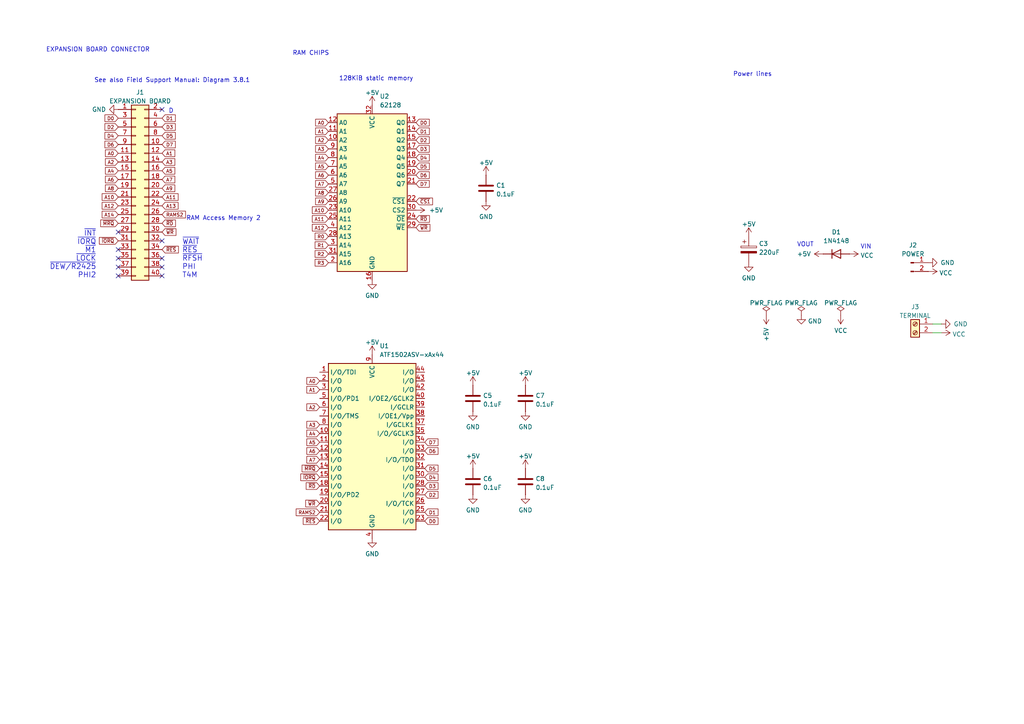
<source format=kicad_sch>
(kicad_sch
	(version 20250114)
	(generator "eeschema")
	(generator_version "9.0")
	(uuid "aa790391-403a-4556-8f28-ee78862c61e8")
	(paper "A4")
	(title_block
		(title "Philips P2000T 128KiB memory expansion board (SMD)")
		(date "2024-08-06")
		(rev "0")
	)
	(lib_symbols
		(symbol "CPLD_Microchip:ATF1502ASV-xAx44"
			(exclude_from_sim no)
			(in_bom yes)
			(on_board yes)
			(property "Reference" "U"
				(at -12.7 24.13 0)
				(effects
					(font
						(size 1.27 1.27)
					)
					(justify left)
				)
			)
			(property "Value" "ATF1502ASV-xAx44"
				(at 12.7 24.13 0)
				(effects
					(font
						(size 1.27 1.27)
					)
					(justify right)
				)
			)
			(property "Footprint" "Package_QFP:TQFP-44_10x10mm_P0.8mm"
				(at 0 36.83 0)
				(effects
					(font
						(size 1.27 1.27)
					)
					(hide yes)
				)
			)
			(property "Datasheet" "http://ww1.microchip.com/downloads/en/DeviceDoc/doc1615.pdf"
				(at 0 36.83 0)
				(effects
					(font
						(size 1.27 1.27)
					)
					(hide yes)
				)
			)
			(property "Description" "Microchip CPLD, 32 Macrocell, 3.3 V, TQFP-44"
				(at 0 0 0)
				(effects
					(font
						(size 1.27 1.27)
					)
					(hide yes)
				)
			)
			(property "ki_keywords" "CPLD"
				(at 0 0 0)
				(effects
					(font
						(size 1.27 1.27)
					)
					(hide yes)
				)
			)
			(property "ki_fp_filters" "TQFP*10x10mm*P0.8mm*"
				(at 0 0 0)
				(effects
					(font
						(size 1.27 1.27)
					)
					(hide yes)
				)
			)
			(symbol "ATF1502ASV-xAx44_0_1"
				(rectangle
					(start -12.7 22.86)
					(end 12.7 -25.4)
					(stroke
						(width 0.254)
						(type default)
					)
					(fill
						(type background)
					)
				)
			)
			(symbol "ATF1502ASV-xAx44_1_1"
				(pin bidirectional line
					(at -15.24 20.32 0)
					(length 2.54)
					(name "I/O/TDI"
						(effects
							(font
								(size 1.27 1.27)
							)
						)
					)
					(number "1"
						(effects
							(font
								(size 1.27 1.27)
							)
						)
					)
				)
				(pin bidirectional line
					(at -15.24 17.78 0)
					(length 2.54)
					(name "I/O"
						(effects
							(font
								(size 1.27 1.27)
							)
						)
					)
					(number "2"
						(effects
							(font
								(size 1.27 1.27)
							)
						)
					)
				)
				(pin bidirectional line
					(at -15.24 15.24 0)
					(length 2.54)
					(name "I/O"
						(effects
							(font
								(size 1.27 1.27)
							)
						)
					)
					(number "3"
						(effects
							(font
								(size 1.27 1.27)
							)
						)
					)
				)
				(pin bidirectional line
					(at -15.24 12.7 0)
					(length 2.54)
					(name "I/O/PD1"
						(effects
							(font
								(size 1.27 1.27)
							)
						)
					)
					(number "5"
						(effects
							(font
								(size 1.27 1.27)
							)
						)
					)
				)
				(pin bidirectional line
					(at -15.24 10.16 0)
					(length 2.54)
					(name "I/O"
						(effects
							(font
								(size 1.27 1.27)
							)
						)
					)
					(number "6"
						(effects
							(font
								(size 1.27 1.27)
							)
						)
					)
				)
				(pin bidirectional line
					(at -15.24 7.62 0)
					(length 2.54)
					(name "I/O/TMS"
						(effects
							(font
								(size 1.27 1.27)
							)
						)
					)
					(number "7"
						(effects
							(font
								(size 1.27 1.27)
							)
						)
					)
				)
				(pin bidirectional line
					(at -15.24 5.08 0)
					(length 2.54)
					(name "I/O"
						(effects
							(font
								(size 1.27 1.27)
							)
						)
					)
					(number "8"
						(effects
							(font
								(size 1.27 1.27)
							)
						)
					)
				)
				(pin bidirectional line
					(at -15.24 2.54 0)
					(length 2.54)
					(name "I/O"
						(effects
							(font
								(size 1.27 1.27)
							)
						)
					)
					(number "10"
						(effects
							(font
								(size 1.27 1.27)
							)
						)
					)
				)
				(pin bidirectional line
					(at -15.24 0 0)
					(length 2.54)
					(name "I/O"
						(effects
							(font
								(size 1.27 1.27)
							)
						)
					)
					(number "11"
						(effects
							(font
								(size 1.27 1.27)
							)
						)
					)
				)
				(pin bidirectional line
					(at -15.24 -2.54 0)
					(length 2.54)
					(name "I/O"
						(effects
							(font
								(size 1.27 1.27)
							)
						)
					)
					(number "12"
						(effects
							(font
								(size 1.27 1.27)
							)
						)
					)
				)
				(pin bidirectional line
					(at -15.24 -5.08 0)
					(length 2.54)
					(name "I/O"
						(effects
							(font
								(size 1.27 1.27)
							)
						)
					)
					(number "13"
						(effects
							(font
								(size 1.27 1.27)
							)
						)
					)
				)
				(pin bidirectional line
					(at -15.24 -7.62 0)
					(length 2.54)
					(name "I/O"
						(effects
							(font
								(size 1.27 1.27)
							)
						)
					)
					(number "14"
						(effects
							(font
								(size 1.27 1.27)
							)
						)
					)
				)
				(pin bidirectional line
					(at -15.24 -10.16 0)
					(length 2.54)
					(name "I/O"
						(effects
							(font
								(size 1.27 1.27)
							)
						)
					)
					(number "15"
						(effects
							(font
								(size 1.27 1.27)
							)
						)
					)
				)
				(pin bidirectional line
					(at -15.24 -12.7 0)
					(length 2.54)
					(name "I/O"
						(effects
							(font
								(size 1.27 1.27)
							)
						)
					)
					(number "18"
						(effects
							(font
								(size 1.27 1.27)
							)
						)
					)
				)
				(pin bidirectional line
					(at -15.24 -15.24 0)
					(length 2.54)
					(name "I/O/PD2"
						(effects
							(font
								(size 1.27 1.27)
							)
						)
					)
					(number "19"
						(effects
							(font
								(size 1.27 1.27)
							)
						)
					)
				)
				(pin bidirectional line
					(at -15.24 -17.78 0)
					(length 2.54)
					(name "I/O"
						(effects
							(font
								(size 1.27 1.27)
							)
						)
					)
					(number "20"
						(effects
							(font
								(size 1.27 1.27)
							)
						)
					)
				)
				(pin bidirectional line
					(at -15.24 -20.32 0)
					(length 2.54)
					(name "I/O"
						(effects
							(font
								(size 1.27 1.27)
							)
						)
					)
					(number "21"
						(effects
							(font
								(size 1.27 1.27)
							)
						)
					)
				)
				(pin bidirectional line
					(at -15.24 -22.86 0)
					(length 2.54)
					(name "I/O"
						(effects
							(font
								(size 1.27 1.27)
							)
						)
					)
					(number "22"
						(effects
							(font
								(size 1.27 1.27)
							)
						)
					)
				)
				(pin passive line
					(at 0 25.4 270)
					(length 2.54)
					(hide yes)
					(name "VCC"
						(effects
							(font
								(size 1.27 1.27)
							)
						)
					)
					(number "17"
						(effects
							(font
								(size 1.27 1.27)
							)
						)
					)
				)
				(pin passive line
					(at 0 25.4 270)
					(length 2.54)
					(hide yes)
					(name "VCC"
						(effects
							(font
								(size 1.27 1.27)
							)
						)
					)
					(number "29"
						(effects
							(font
								(size 1.27 1.27)
							)
						)
					)
				)
				(pin passive line
					(at 0 25.4 270)
					(length 2.54)
					(hide yes)
					(name "VCC"
						(effects
							(font
								(size 1.27 1.27)
							)
						)
					)
					(number "41"
						(effects
							(font
								(size 1.27 1.27)
							)
						)
					)
				)
				(pin power_in line
					(at 0 25.4 270)
					(length 2.54)
					(name "VCC"
						(effects
							(font
								(size 1.27 1.27)
							)
						)
					)
					(number "9"
						(effects
							(font
								(size 1.27 1.27)
							)
						)
					)
				)
				(pin passive line
					(at 0 -27.94 90)
					(length 2.54)
					(hide yes)
					(name "GND"
						(effects
							(font
								(size 1.27 1.27)
							)
						)
					)
					(number "16"
						(effects
							(font
								(size 1.27 1.27)
							)
						)
					)
				)
				(pin passive line
					(at 0 -27.94 90)
					(length 2.54)
					(hide yes)
					(name "GND"
						(effects
							(font
								(size 1.27 1.27)
							)
						)
					)
					(number "24"
						(effects
							(font
								(size 1.27 1.27)
							)
						)
					)
				)
				(pin passive line
					(at 0 -27.94 90)
					(length 2.54)
					(hide yes)
					(name "GND"
						(effects
							(font
								(size 1.27 1.27)
							)
						)
					)
					(number "36"
						(effects
							(font
								(size 1.27 1.27)
							)
						)
					)
				)
				(pin power_in line
					(at 0 -27.94 90)
					(length 2.54)
					(name "GND"
						(effects
							(font
								(size 1.27 1.27)
							)
						)
					)
					(number "4"
						(effects
							(font
								(size 1.27 1.27)
							)
						)
					)
				)
				(pin bidirectional line
					(at 15.24 20.32 180)
					(length 2.54)
					(name "I/O"
						(effects
							(font
								(size 1.27 1.27)
							)
						)
					)
					(number "44"
						(effects
							(font
								(size 1.27 1.27)
							)
						)
					)
				)
				(pin bidirectional line
					(at 15.24 17.78 180)
					(length 2.54)
					(name "I/O"
						(effects
							(font
								(size 1.27 1.27)
							)
						)
					)
					(number "43"
						(effects
							(font
								(size 1.27 1.27)
							)
						)
					)
				)
				(pin bidirectional line
					(at 15.24 15.24 180)
					(length 2.54)
					(name "I/O"
						(effects
							(font
								(size 1.27 1.27)
							)
						)
					)
					(number "42"
						(effects
							(font
								(size 1.27 1.27)
							)
						)
					)
				)
				(pin input line
					(at 15.24 12.7 180)
					(length 2.54)
					(name "I/OE2/GCLK2"
						(effects
							(font
								(size 1.27 1.27)
							)
						)
					)
					(number "40"
						(effects
							(font
								(size 1.27 1.27)
							)
						)
					)
				)
				(pin input line
					(at 15.24 10.16 180)
					(length 2.54)
					(name "I/GCLR"
						(effects
							(font
								(size 1.27 1.27)
							)
						)
					)
					(number "39"
						(effects
							(font
								(size 1.27 1.27)
							)
						)
					)
				)
				(pin input line
					(at 15.24 7.62 180)
					(length 2.54)
					(name "I/OE1/Vpp"
						(effects
							(font
								(size 1.27 1.27)
							)
						)
					)
					(number "38"
						(effects
							(font
								(size 1.27 1.27)
							)
						)
					)
				)
				(pin input line
					(at 15.24 5.08 180)
					(length 2.54)
					(name "I/GCLK1"
						(effects
							(font
								(size 1.27 1.27)
							)
						)
					)
					(number "37"
						(effects
							(font
								(size 1.27 1.27)
							)
						)
					)
				)
				(pin bidirectional line
					(at 15.24 2.54 180)
					(length 2.54)
					(name "I/O/GCLK3"
						(effects
							(font
								(size 1.27 1.27)
							)
						)
					)
					(number "35"
						(effects
							(font
								(size 1.27 1.27)
							)
						)
					)
				)
				(pin bidirectional line
					(at 15.24 0 180)
					(length 2.54)
					(name "I/O"
						(effects
							(font
								(size 1.27 1.27)
							)
						)
					)
					(number "34"
						(effects
							(font
								(size 1.27 1.27)
							)
						)
					)
				)
				(pin bidirectional line
					(at 15.24 -2.54 180)
					(length 2.54)
					(name "I/O"
						(effects
							(font
								(size 1.27 1.27)
							)
						)
					)
					(number "33"
						(effects
							(font
								(size 1.27 1.27)
							)
						)
					)
				)
				(pin bidirectional line
					(at 15.24 -5.08 180)
					(length 2.54)
					(name "I/O/TDO"
						(effects
							(font
								(size 1.27 1.27)
							)
						)
					)
					(number "32"
						(effects
							(font
								(size 1.27 1.27)
							)
						)
					)
				)
				(pin bidirectional line
					(at 15.24 -7.62 180)
					(length 2.54)
					(name "I/O"
						(effects
							(font
								(size 1.27 1.27)
							)
						)
					)
					(number "31"
						(effects
							(font
								(size 1.27 1.27)
							)
						)
					)
				)
				(pin bidirectional line
					(at 15.24 -10.16 180)
					(length 2.54)
					(name "I/O"
						(effects
							(font
								(size 1.27 1.27)
							)
						)
					)
					(number "30"
						(effects
							(font
								(size 1.27 1.27)
							)
						)
					)
				)
				(pin bidirectional line
					(at 15.24 -12.7 180)
					(length 2.54)
					(name "I/O"
						(effects
							(font
								(size 1.27 1.27)
							)
						)
					)
					(number "28"
						(effects
							(font
								(size 1.27 1.27)
							)
						)
					)
				)
				(pin bidirectional line
					(at 15.24 -15.24 180)
					(length 2.54)
					(name "I/O"
						(effects
							(font
								(size 1.27 1.27)
							)
						)
					)
					(number "27"
						(effects
							(font
								(size 1.27 1.27)
							)
						)
					)
				)
				(pin bidirectional line
					(at 15.24 -17.78 180)
					(length 2.54)
					(name "I/O/TCK"
						(effects
							(font
								(size 1.27 1.27)
							)
						)
					)
					(number "26"
						(effects
							(font
								(size 1.27 1.27)
							)
						)
					)
				)
				(pin bidirectional line
					(at 15.24 -20.32 180)
					(length 2.54)
					(name "I/O"
						(effects
							(font
								(size 1.27 1.27)
							)
						)
					)
					(number "25"
						(effects
							(font
								(size 1.27 1.27)
							)
						)
					)
				)
				(pin bidirectional line
					(at 15.24 -22.86 180)
					(length 2.54)
					(name "I/O"
						(effects
							(font
								(size 1.27 1.27)
							)
						)
					)
					(number "23"
						(effects
							(font
								(size 1.27 1.27)
							)
						)
					)
				)
			)
			(embedded_fonts no)
		)
		(symbol "Connector:Conn_01x02_Pin"
			(pin_names
				(offset 1.016)
				(hide yes)
			)
			(exclude_from_sim no)
			(in_bom yes)
			(on_board yes)
			(property "Reference" "J"
				(at 0 2.54 0)
				(effects
					(font
						(size 1.27 1.27)
					)
				)
			)
			(property "Value" "Conn_01x02_Pin"
				(at 0 -5.08 0)
				(effects
					(font
						(size 1.27 1.27)
					)
				)
			)
			(property "Footprint" ""
				(at 0 0 0)
				(effects
					(font
						(size 1.27 1.27)
					)
					(hide yes)
				)
			)
			(property "Datasheet" "~"
				(at 0 0 0)
				(effects
					(font
						(size 1.27 1.27)
					)
					(hide yes)
				)
			)
			(property "Description" "Generic connector, single row, 01x02, script generated"
				(at 0 0 0)
				(effects
					(font
						(size 1.27 1.27)
					)
					(hide yes)
				)
			)
			(property "ki_locked" ""
				(at 0 0 0)
				(effects
					(font
						(size 1.27 1.27)
					)
				)
			)
			(property "ki_keywords" "connector"
				(at 0 0 0)
				(effects
					(font
						(size 1.27 1.27)
					)
					(hide yes)
				)
			)
			(property "ki_fp_filters" "Connector*:*_1x??_*"
				(at 0 0 0)
				(effects
					(font
						(size 1.27 1.27)
					)
					(hide yes)
				)
			)
			(symbol "Conn_01x02_Pin_1_1"
				(rectangle
					(start 0.8636 0.127)
					(end 0 -0.127)
					(stroke
						(width 0.1524)
						(type default)
					)
					(fill
						(type outline)
					)
				)
				(rectangle
					(start 0.8636 -2.413)
					(end 0 -2.667)
					(stroke
						(width 0.1524)
						(type default)
					)
					(fill
						(type outline)
					)
				)
				(polyline
					(pts
						(xy 1.27 0) (xy 0.8636 0)
					)
					(stroke
						(width 0.1524)
						(type default)
					)
					(fill
						(type none)
					)
				)
				(polyline
					(pts
						(xy 1.27 -2.54) (xy 0.8636 -2.54)
					)
					(stroke
						(width 0.1524)
						(type default)
					)
					(fill
						(type none)
					)
				)
				(pin passive line
					(at 5.08 0 180)
					(length 3.81)
					(name "Pin_1"
						(effects
							(font
								(size 1.27 1.27)
							)
						)
					)
					(number "1"
						(effects
							(font
								(size 1.27 1.27)
							)
						)
					)
				)
				(pin passive line
					(at 5.08 -2.54 180)
					(length 3.81)
					(name "Pin_2"
						(effects
							(font
								(size 1.27 1.27)
							)
						)
					)
					(number "2"
						(effects
							(font
								(size 1.27 1.27)
							)
						)
					)
				)
			)
			(embedded_fonts no)
		)
		(symbol "Connector:Screw_Terminal_01x02"
			(pin_names
				(offset 1.016)
				(hide yes)
			)
			(exclude_from_sim no)
			(in_bom yes)
			(on_board yes)
			(property "Reference" "J"
				(at 0 2.54 0)
				(effects
					(font
						(size 1.27 1.27)
					)
				)
			)
			(property "Value" "Screw_Terminal_01x02"
				(at 0 -5.08 0)
				(effects
					(font
						(size 1.27 1.27)
					)
				)
			)
			(property "Footprint" ""
				(at 0 0 0)
				(effects
					(font
						(size 1.27 1.27)
					)
					(hide yes)
				)
			)
			(property "Datasheet" "~"
				(at 0 0 0)
				(effects
					(font
						(size 1.27 1.27)
					)
					(hide yes)
				)
			)
			(property "Description" "Generic screw terminal, single row, 01x02, script generated (kicad-library-utils/schlib/autogen/connector/)"
				(at 0 0 0)
				(effects
					(font
						(size 1.27 1.27)
					)
					(hide yes)
				)
			)
			(property "ki_keywords" "screw terminal"
				(at 0 0 0)
				(effects
					(font
						(size 1.27 1.27)
					)
					(hide yes)
				)
			)
			(property "ki_fp_filters" "TerminalBlock*:*"
				(at 0 0 0)
				(effects
					(font
						(size 1.27 1.27)
					)
					(hide yes)
				)
			)
			(symbol "Screw_Terminal_01x02_1_1"
				(rectangle
					(start -1.27 1.27)
					(end 1.27 -3.81)
					(stroke
						(width 0.254)
						(type default)
					)
					(fill
						(type background)
					)
				)
				(polyline
					(pts
						(xy -0.5334 0.3302) (xy 0.3302 -0.508)
					)
					(stroke
						(width 0.1524)
						(type default)
					)
					(fill
						(type none)
					)
				)
				(polyline
					(pts
						(xy -0.5334 -2.2098) (xy 0.3302 -3.048)
					)
					(stroke
						(width 0.1524)
						(type default)
					)
					(fill
						(type none)
					)
				)
				(polyline
					(pts
						(xy -0.3556 0.508) (xy 0.508 -0.3302)
					)
					(stroke
						(width 0.1524)
						(type default)
					)
					(fill
						(type none)
					)
				)
				(polyline
					(pts
						(xy -0.3556 -2.032) (xy 0.508 -2.8702)
					)
					(stroke
						(width 0.1524)
						(type default)
					)
					(fill
						(type none)
					)
				)
				(circle
					(center 0 0)
					(radius 0.635)
					(stroke
						(width 0.1524)
						(type default)
					)
					(fill
						(type none)
					)
				)
				(circle
					(center 0 -2.54)
					(radius 0.635)
					(stroke
						(width 0.1524)
						(type default)
					)
					(fill
						(type none)
					)
				)
				(pin passive line
					(at -5.08 0 0)
					(length 3.81)
					(name "Pin_1"
						(effects
							(font
								(size 1.27 1.27)
							)
						)
					)
					(number "1"
						(effects
							(font
								(size 1.27 1.27)
							)
						)
					)
				)
				(pin passive line
					(at -5.08 -2.54 0)
					(length 3.81)
					(name "Pin_2"
						(effects
							(font
								(size 1.27 1.27)
							)
						)
					)
					(number "2"
						(effects
							(font
								(size 1.27 1.27)
							)
						)
					)
				)
			)
			(embedded_fonts no)
		)
		(symbol "Connector_Generic:Conn_02x20_Odd_Even"
			(pin_names
				(offset 1.016)
				(hide yes)
			)
			(exclude_from_sim no)
			(in_bom yes)
			(on_board yes)
			(property "Reference" "J"
				(at 1.27 25.4 0)
				(effects
					(font
						(size 1.27 1.27)
					)
				)
			)
			(property "Value" "Conn_02x20_Odd_Even"
				(at 1.27 -27.94 0)
				(effects
					(font
						(size 1.27 1.27)
					)
				)
			)
			(property "Footprint" ""
				(at 0 0 0)
				(effects
					(font
						(size 1.27 1.27)
					)
					(hide yes)
				)
			)
			(property "Datasheet" "~"
				(at 0 0 0)
				(effects
					(font
						(size 1.27 1.27)
					)
					(hide yes)
				)
			)
			(property "Description" "Generic connector, double row, 02x20, odd/even pin numbering scheme (row 1 odd numbers, row 2 even numbers), script generated (kicad-library-utils/schlib/autogen/connector/)"
				(at 0 0 0)
				(effects
					(font
						(size 1.27 1.27)
					)
					(hide yes)
				)
			)
			(property "ki_keywords" "connector"
				(at 0 0 0)
				(effects
					(font
						(size 1.27 1.27)
					)
					(hide yes)
				)
			)
			(property "ki_fp_filters" "Connector*:*_2x??_*"
				(at 0 0 0)
				(effects
					(font
						(size 1.27 1.27)
					)
					(hide yes)
				)
			)
			(symbol "Conn_02x20_Odd_Even_1_1"
				(rectangle
					(start -1.27 24.13)
					(end 3.81 -26.67)
					(stroke
						(width 0.254)
						(type default)
					)
					(fill
						(type background)
					)
				)
				(rectangle
					(start -1.27 22.987)
					(end 0 22.733)
					(stroke
						(width 0.1524)
						(type default)
					)
					(fill
						(type none)
					)
				)
				(rectangle
					(start -1.27 20.447)
					(end 0 20.193)
					(stroke
						(width 0.1524)
						(type default)
					)
					(fill
						(type none)
					)
				)
				(rectangle
					(start -1.27 17.907)
					(end 0 17.653)
					(stroke
						(width 0.1524)
						(type default)
					)
					(fill
						(type none)
					)
				)
				(rectangle
					(start -1.27 15.367)
					(end 0 15.113)
					(stroke
						(width 0.1524)
						(type default)
					)
					(fill
						(type none)
					)
				)
				(rectangle
					(start -1.27 12.827)
					(end 0 12.573)
					(stroke
						(width 0.1524)
						(type default)
					)
					(fill
						(type none)
					)
				)
				(rectangle
					(start -1.27 10.287)
					(end 0 10.033)
					(stroke
						(width 0.1524)
						(type default)
					)
					(fill
						(type none)
					)
				)
				(rectangle
					(start -1.27 7.747)
					(end 0 7.493)
					(stroke
						(width 0.1524)
						(type default)
					)
					(fill
						(type none)
					)
				)
				(rectangle
					(start -1.27 5.207)
					(end 0 4.953)
					(stroke
						(width 0.1524)
						(type default)
					)
					(fill
						(type none)
					)
				)
				(rectangle
					(start -1.27 2.667)
					(end 0 2.413)
					(stroke
						(width 0.1524)
						(type default)
					)
					(fill
						(type none)
					)
				)
				(rectangle
					(start -1.27 0.127)
					(end 0 -0.127)
					(stroke
						(width 0.1524)
						(type default)
					)
					(fill
						(type none)
					)
				)
				(rectangle
					(start -1.27 -2.413)
					(end 0 -2.667)
					(stroke
						(width 0.1524)
						(type default)
					)
					(fill
						(type none)
					)
				)
				(rectangle
					(start -1.27 -4.953)
					(end 0 -5.207)
					(stroke
						(width 0.1524)
						(type default)
					)
					(fill
						(type none)
					)
				)
				(rectangle
					(start -1.27 -7.493)
					(end 0 -7.747)
					(stroke
						(width 0.1524)
						(type default)
					)
					(fill
						(type none)
					)
				)
				(rectangle
					(start -1.27 -10.033)
					(end 0 -10.287)
					(stroke
						(width 0.1524)
						(type default)
					)
					(fill
						(type none)
					)
				)
				(rectangle
					(start -1.27 -12.573)
					(end 0 -12.827)
					(stroke
						(width 0.1524)
						(type default)
					)
					(fill
						(type none)
					)
				)
				(rectangle
					(start -1.27 -15.113)
					(end 0 -15.367)
					(stroke
						(width 0.1524)
						(type default)
					)
					(fill
						(type none)
					)
				)
				(rectangle
					(start -1.27 -17.653)
					(end 0 -17.907)
					(stroke
						(width 0.1524)
						(type default)
					)
					(fill
						(type none)
					)
				)
				(rectangle
					(start -1.27 -20.193)
					(end 0 -20.447)
					(stroke
						(width 0.1524)
						(type default)
					)
					(fill
						(type none)
					)
				)
				(rectangle
					(start -1.27 -22.733)
					(end 0 -22.987)
					(stroke
						(width 0.1524)
						(type default)
					)
					(fill
						(type none)
					)
				)
				(rectangle
					(start -1.27 -25.273)
					(end 0 -25.527)
					(stroke
						(width 0.1524)
						(type default)
					)
					(fill
						(type none)
					)
				)
				(rectangle
					(start 3.81 22.987)
					(end 2.54 22.733)
					(stroke
						(width 0.1524)
						(type default)
					)
					(fill
						(type none)
					)
				)
				(rectangle
					(start 3.81 20.447)
					(end 2.54 20.193)
					(stroke
						(width 0.1524)
						(type default)
					)
					(fill
						(type none)
					)
				)
				(rectangle
					(start 3.81 17.907)
					(end 2.54 17.653)
					(stroke
						(width 0.1524)
						(type default)
					)
					(fill
						(type none)
					)
				)
				(rectangle
					(start 3.81 15.367)
					(end 2.54 15.113)
					(stroke
						(width 0.1524)
						(type default)
					)
					(fill
						(type none)
					)
				)
				(rectangle
					(start 3.81 12.827)
					(end 2.54 12.573)
					(stroke
						(width 0.1524)
						(type default)
					)
					(fill
						(type none)
					)
				)
				(rectangle
					(start 3.81 10.287)
					(end 2.54 10.033)
					(stroke
						(width 0.1524)
						(type default)
					)
					(fill
						(type none)
					)
				)
				(rectangle
					(start 3.81 7.747)
					(end 2.54 7.493)
					(stroke
						(width 0.1524)
						(type default)
					)
					(fill
						(type none)
					)
				)
				(rectangle
					(start 3.81 5.207)
					(end 2.54 4.953)
					(stroke
						(width 0.1524)
						(type default)
					)
					(fill
						(type none)
					)
				)
				(rectangle
					(start 3.81 2.667)
					(end 2.54 2.413)
					(stroke
						(width 0.1524)
						(type default)
					)
					(fill
						(type none)
					)
				)
				(rectangle
					(start 3.81 0.127)
					(end 2.54 -0.127)
					(stroke
						(width 0.1524)
						(type default)
					)
					(fill
						(type none)
					)
				)
				(rectangle
					(start 3.81 -2.413)
					(end 2.54 -2.667)
					(stroke
						(width 0.1524)
						(type default)
					)
					(fill
						(type none)
					)
				)
				(rectangle
					(start 3.81 -4.953)
					(end 2.54 -5.207)
					(stroke
						(width 0.1524)
						(type default)
					)
					(fill
						(type none)
					)
				)
				(rectangle
					(start 3.81 -7.493)
					(end 2.54 -7.747)
					(stroke
						(width 0.1524)
						(type default)
					)
					(fill
						(type none)
					)
				)
				(rectangle
					(start 3.81 -10.033)
					(end 2.54 -10.287)
					(stroke
						(width 0.1524)
						(type default)
					)
					(fill
						(type none)
					)
				)
				(rectangle
					(start 3.81 -12.573)
					(end 2.54 -12.827)
					(stroke
						(width 0.1524)
						(type default)
					)
					(fill
						(type none)
					)
				)
				(rectangle
					(start 3.81 -15.113)
					(end 2.54 -15.367)
					(stroke
						(width 0.1524)
						(type default)
					)
					(fill
						(type none)
					)
				)
				(rectangle
					(start 3.81 -17.653)
					(end 2.54 -17.907)
					(stroke
						(width 0.1524)
						(type default)
					)
					(fill
						(type none)
					)
				)
				(rectangle
					(start 3.81 -20.193)
					(end 2.54 -20.447)
					(stroke
						(width 0.1524)
						(type default)
					)
					(fill
						(type none)
					)
				)
				(rectangle
					(start 3.81 -22.733)
					(end 2.54 -22.987)
					(stroke
						(width 0.1524)
						(type default)
					)
					(fill
						(type none)
					)
				)
				(rectangle
					(start 3.81 -25.273)
					(end 2.54 -25.527)
					(stroke
						(width 0.1524)
						(type default)
					)
					(fill
						(type none)
					)
				)
				(pin passive line
					(at -5.08 22.86 0)
					(length 3.81)
					(name "Pin_1"
						(effects
							(font
								(size 1.27 1.27)
							)
						)
					)
					(number "1"
						(effects
							(font
								(size 1.27 1.27)
							)
						)
					)
				)
				(pin passive line
					(at -5.08 20.32 0)
					(length 3.81)
					(name "Pin_3"
						(effects
							(font
								(size 1.27 1.27)
							)
						)
					)
					(number "3"
						(effects
							(font
								(size 1.27 1.27)
							)
						)
					)
				)
				(pin passive line
					(at -5.08 17.78 0)
					(length 3.81)
					(name "Pin_5"
						(effects
							(font
								(size 1.27 1.27)
							)
						)
					)
					(number "5"
						(effects
							(font
								(size 1.27 1.27)
							)
						)
					)
				)
				(pin passive line
					(at -5.08 15.24 0)
					(length 3.81)
					(name "Pin_7"
						(effects
							(font
								(size 1.27 1.27)
							)
						)
					)
					(number "7"
						(effects
							(font
								(size 1.27 1.27)
							)
						)
					)
				)
				(pin passive line
					(at -5.08 12.7 0)
					(length 3.81)
					(name "Pin_9"
						(effects
							(font
								(size 1.27 1.27)
							)
						)
					)
					(number "9"
						(effects
							(font
								(size 1.27 1.27)
							)
						)
					)
				)
				(pin passive line
					(at -5.08 10.16 0)
					(length 3.81)
					(name "Pin_11"
						(effects
							(font
								(size 1.27 1.27)
							)
						)
					)
					(number "11"
						(effects
							(font
								(size 1.27 1.27)
							)
						)
					)
				)
				(pin passive line
					(at -5.08 7.62 0)
					(length 3.81)
					(name "Pin_13"
						(effects
							(font
								(size 1.27 1.27)
							)
						)
					)
					(number "13"
						(effects
							(font
								(size 1.27 1.27)
							)
						)
					)
				)
				(pin passive line
					(at -5.08 5.08 0)
					(length 3.81)
					(name "Pin_15"
						(effects
							(font
								(size 1.27 1.27)
							)
						)
					)
					(number "15"
						(effects
							(font
								(size 1.27 1.27)
							)
						)
					)
				)
				(pin passive line
					(at -5.08 2.54 0)
					(length 3.81)
					(name "Pin_17"
						(effects
							(font
								(size 1.27 1.27)
							)
						)
					)
					(number "17"
						(effects
							(font
								(size 1.27 1.27)
							)
						)
					)
				)
				(pin passive line
					(at -5.08 0 0)
					(length 3.81)
					(name "Pin_19"
						(effects
							(font
								(size 1.27 1.27)
							)
						)
					)
					(number "19"
						(effects
							(font
								(size 1.27 1.27)
							)
						)
					)
				)
				(pin passive line
					(at -5.08 -2.54 0)
					(length 3.81)
					(name "Pin_21"
						(effects
							(font
								(size 1.27 1.27)
							)
						)
					)
					(number "21"
						(effects
							(font
								(size 1.27 1.27)
							)
						)
					)
				)
				(pin passive line
					(at -5.08 -5.08 0)
					(length 3.81)
					(name "Pin_23"
						(effects
							(font
								(size 1.27 1.27)
							)
						)
					)
					(number "23"
						(effects
							(font
								(size 1.27 1.27)
							)
						)
					)
				)
				(pin passive line
					(at -5.08 -7.62 0)
					(length 3.81)
					(name "Pin_25"
						(effects
							(font
								(size 1.27 1.27)
							)
						)
					)
					(number "25"
						(effects
							(font
								(size 1.27 1.27)
							)
						)
					)
				)
				(pin passive line
					(at -5.08 -10.16 0)
					(length 3.81)
					(name "Pin_27"
						(effects
							(font
								(size 1.27 1.27)
							)
						)
					)
					(number "27"
						(effects
							(font
								(size 1.27 1.27)
							)
						)
					)
				)
				(pin passive line
					(at -5.08 -12.7 0)
					(length 3.81)
					(name "Pin_29"
						(effects
							(font
								(size 1.27 1.27)
							)
						)
					)
					(number "29"
						(effects
							(font
								(size 1.27 1.27)
							)
						)
					)
				)
				(pin passive line
					(at -5.08 -15.24 0)
					(length 3.81)
					(name "Pin_31"
						(effects
							(font
								(size 1.27 1.27)
							)
						)
					)
					(number "31"
						(effects
							(font
								(size 1.27 1.27)
							)
						)
					)
				)
				(pin passive line
					(at -5.08 -17.78 0)
					(length 3.81)
					(name "Pin_33"
						(effects
							(font
								(size 1.27 1.27)
							)
						)
					)
					(number "33"
						(effects
							(font
								(size 1.27 1.27)
							)
						)
					)
				)
				(pin passive line
					(at -5.08 -20.32 0)
					(length 3.81)
					(name "Pin_35"
						(effects
							(font
								(size 1.27 1.27)
							)
						)
					)
					(number "35"
						(effects
							(font
								(size 1.27 1.27)
							)
						)
					)
				)
				(pin passive line
					(at -5.08 -22.86 0)
					(length 3.81)
					(name "Pin_37"
						(effects
							(font
								(size 1.27 1.27)
							)
						)
					)
					(number "37"
						(effects
							(font
								(size 1.27 1.27)
							)
						)
					)
				)
				(pin passive line
					(at -5.08 -25.4 0)
					(length 3.81)
					(name "Pin_39"
						(effects
							(font
								(size 1.27 1.27)
							)
						)
					)
					(number "39"
						(effects
							(font
								(size 1.27 1.27)
							)
						)
					)
				)
				(pin passive line
					(at 7.62 22.86 180)
					(length 3.81)
					(name "Pin_2"
						(effects
							(font
								(size 1.27 1.27)
							)
						)
					)
					(number "2"
						(effects
							(font
								(size 1.27 1.27)
							)
						)
					)
				)
				(pin passive line
					(at 7.62 20.32 180)
					(length 3.81)
					(name "Pin_4"
						(effects
							(font
								(size 1.27 1.27)
							)
						)
					)
					(number "4"
						(effects
							(font
								(size 1.27 1.27)
							)
						)
					)
				)
				(pin passive line
					(at 7.62 17.78 180)
					(length 3.81)
					(name "Pin_6"
						(effects
							(font
								(size 1.27 1.27)
							)
						)
					)
					(number "6"
						(effects
							(font
								(size 1.27 1.27)
							)
						)
					)
				)
				(pin passive line
					(at 7.62 15.24 180)
					(length 3.81)
					(name "Pin_8"
						(effects
							(font
								(size 1.27 1.27)
							)
						)
					)
					(number "8"
						(effects
							(font
								(size 1.27 1.27)
							)
						)
					)
				)
				(pin passive line
					(at 7.62 12.7 180)
					(length 3.81)
					(name "Pin_10"
						(effects
							(font
								(size 1.27 1.27)
							)
						)
					)
					(number "10"
						(effects
							(font
								(size 1.27 1.27)
							)
						)
					)
				)
				(pin passive line
					(at 7.62 10.16 180)
					(length 3.81)
					(name "Pin_12"
						(effects
							(font
								(size 1.27 1.27)
							)
						)
					)
					(number "12"
						(effects
							(font
								(size 1.27 1.27)
							)
						)
					)
				)
				(pin passive line
					(at 7.62 7.62 180)
					(length 3.81)
					(name "Pin_14"
						(effects
							(font
								(size 1.27 1.27)
							)
						)
					)
					(number "14"
						(effects
							(font
								(size 1.27 1.27)
							)
						)
					)
				)
				(pin passive line
					(at 7.62 5.08 180)
					(length 3.81)
					(name "Pin_16"
						(effects
							(font
								(size 1.27 1.27)
							)
						)
					)
					(number "16"
						(effects
							(font
								(size 1.27 1.27)
							)
						)
					)
				)
				(pin passive line
					(at 7.62 2.54 180)
					(length 3.81)
					(name "Pin_18"
						(effects
							(font
								(size 1.27 1.27)
							)
						)
					)
					(number "18"
						(effects
							(font
								(size 1.27 1.27)
							)
						)
					)
				)
				(pin passive line
					(at 7.62 0 180)
					(length 3.81)
					(name "Pin_20"
						(effects
							(font
								(size 1.27 1.27)
							)
						)
					)
					(number "20"
						(effects
							(font
								(size 1.27 1.27)
							)
						)
					)
				)
				(pin passive line
					(at 7.62 -2.54 180)
					(length 3.81)
					(name "Pin_22"
						(effects
							(font
								(size 1.27 1.27)
							)
						)
					)
					(number "22"
						(effects
							(font
								(size 1.27 1.27)
							)
						)
					)
				)
				(pin passive line
					(at 7.62 -5.08 180)
					(length 3.81)
					(name "Pin_24"
						(effects
							(font
								(size 1.27 1.27)
							)
						)
					)
					(number "24"
						(effects
							(font
								(size 1.27 1.27)
							)
						)
					)
				)
				(pin passive line
					(at 7.62 -7.62 180)
					(length 3.81)
					(name "Pin_26"
						(effects
							(font
								(size 1.27 1.27)
							)
						)
					)
					(number "26"
						(effects
							(font
								(size 1.27 1.27)
							)
						)
					)
				)
				(pin passive line
					(at 7.62 -10.16 180)
					(length 3.81)
					(name "Pin_28"
						(effects
							(font
								(size 1.27 1.27)
							)
						)
					)
					(number "28"
						(effects
							(font
								(size 1.27 1.27)
							)
						)
					)
				)
				(pin passive line
					(at 7.62 -12.7 180)
					(length 3.81)
					(name "Pin_30"
						(effects
							(font
								(size 1.27 1.27)
							)
						)
					)
					(number "30"
						(effects
							(font
								(size 1.27 1.27)
							)
						)
					)
				)
				(pin passive line
					(at 7.62 -15.24 180)
					(length 3.81)
					(name "Pin_32"
						(effects
							(font
								(size 1.27 1.27)
							)
						)
					)
					(number "32"
						(effects
							(font
								(size 1.27 1.27)
							)
						)
					)
				)
				(pin passive line
					(at 7.62 -17.78 180)
					(length 3.81)
					(name "Pin_34"
						(effects
							(font
								(size 1.27 1.27)
							)
						)
					)
					(number "34"
						(effects
							(font
								(size 1.27 1.27)
							)
						)
					)
				)
				(pin passive line
					(at 7.62 -20.32 180)
					(length 3.81)
					(name "Pin_36"
						(effects
							(font
								(size 1.27 1.27)
							)
						)
					)
					(number "36"
						(effects
							(font
								(size 1.27 1.27)
							)
						)
					)
				)
				(pin passive line
					(at 7.62 -22.86 180)
					(length 3.81)
					(name "Pin_38"
						(effects
							(font
								(size 1.27 1.27)
							)
						)
					)
					(number "38"
						(effects
							(font
								(size 1.27 1.27)
							)
						)
					)
				)
				(pin passive line
					(at 7.62 -25.4 180)
					(length 3.81)
					(name "Pin_40"
						(effects
							(font
								(size 1.27 1.27)
							)
						)
					)
					(number "40"
						(effects
							(font
								(size 1.27 1.27)
							)
						)
					)
				)
			)
			(embedded_fonts no)
		)
		(symbol "Device:C"
			(pin_numbers
				(hide yes)
			)
			(pin_names
				(offset 0.254)
			)
			(exclude_from_sim no)
			(in_bom yes)
			(on_board yes)
			(property "Reference" "C"
				(at 0.635 2.54 0)
				(effects
					(font
						(size 1.27 1.27)
					)
					(justify left)
				)
			)
			(property "Value" "C"
				(at 0.635 -2.54 0)
				(effects
					(font
						(size 1.27 1.27)
					)
					(justify left)
				)
			)
			(property "Footprint" ""
				(at 0.9652 -3.81 0)
				(effects
					(font
						(size 1.27 1.27)
					)
					(hide yes)
				)
			)
			(property "Datasheet" "~"
				(at 0 0 0)
				(effects
					(font
						(size 1.27 1.27)
					)
					(hide yes)
				)
			)
			(property "Description" "Unpolarized capacitor"
				(at 0 0 0)
				(effects
					(font
						(size 1.27 1.27)
					)
					(hide yes)
				)
			)
			(property "ki_keywords" "cap capacitor"
				(at 0 0 0)
				(effects
					(font
						(size 1.27 1.27)
					)
					(hide yes)
				)
			)
			(property "ki_fp_filters" "C_*"
				(at 0 0 0)
				(effects
					(font
						(size 1.27 1.27)
					)
					(hide yes)
				)
			)
			(symbol "C_0_1"
				(polyline
					(pts
						(xy -2.032 0.762) (xy 2.032 0.762)
					)
					(stroke
						(width 0.508)
						(type default)
					)
					(fill
						(type none)
					)
				)
				(polyline
					(pts
						(xy -2.032 -0.762) (xy 2.032 -0.762)
					)
					(stroke
						(width 0.508)
						(type default)
					)
					(fill
						(type none)
					)
				)
			)
			(symbol "C_1_1"
				(pin passive line
					(at 0 3.81 270)
					(length 2.794)
					(name "~"
						(effects
							(font
								(size 1.27 1.27)
							)
						)
					)
					(number "1"
						(effects
							(font
								(size 1.27 1.27)
							)
						)
					)
				)
				(pin passive line
					(at 0 -3.81 90)
					(length 2.794)
					(name "~"
						(effects
							(font
								(size 1.27 1.27)
							)
						)
					)
					(number "2"
						(effects
							(font
								(size 1.27 1.27)
							)
						)
					)
				)
			)
			(embedded_fonts no)
		)
		(symbol "Device:C_Polarized"
			(pin_numbers
				(hide yes)
			)
			(pin_names
				(offset 0.254)
			)
			(exclude_from_sim no)
			(in_bom yes)
			(on_board yes)
			(property "Reference" "C"
				(at 0.635 2.54 0)
				(effects
					(font
						(size 1.27 1.27)
					)
					(justify left)
				)
			)
			(property "Value" "C_Polarized"
				(at 0.635 -2.54 0)
				(effects
					(font
						(size 1.27 1.27)
					)
					(justify left)
				)
			)
			(property "Footprint" ""
				(at 0.9652 -3.81 0)
				(effects
					(font
						(size 1.27 1.27)
					)
					(hide yes)
				)
			)
			(property "Datasheet" "~"
				(at 0 0 0)
				(effects
					(font
						(size 1.27 1.27)
					)
					(hide yes)
				)
			)
			(property "Description" "Polarized capacitor"
				(at 0 0 0)
				(effects
					(font
						(size 1.27 1.27)
					)
					(hide yes)
				)
			)
			(property "ki_keywords" "cap capacitor"
				(at 0 0 0)
				(effects
					(font
						(size 1.27 1.27)
					)
					(hide yes)
				)
			)
			(property "ki_fp_filters" "CP_*"
				(at 0 0 0)
				(effects
					(font
						(size 1.27 1.27)
					)
					(hide yes)
				)
			)
			(symbol "C_Polarized_0_1"
				(rectangle
					(start -2.286 0.508)
					(end 2.286 1.016)
					(stroke
						(width 0)
						(type default)
					)
					(fill
						(type none)
					)
				)
				(polyline
					(pts
						(xy -1.778 2.286) (xy -0.762 2.286)
					)
					(stroke
						(width 0)
						(type default)
					)
					(fill
						(type none)
					)
				)
				(polyline
					(pts
						(xy -1.27 2.794) (xy -1.27 1.778)
					)
					(stroke
						(width 0)
						(type default)
					)
					(fill
						(type none)
					)
				)
				(rectangle
					(start 2.286 -0.508)
					(end -2.286 -1.016)
					(stroke
						(width 0)
						(type default)
					)
					(fill
						(type outline)
					)
				)
			)
			(symbol "C_Polarized_1_1"
				(pin passive line
					(at 0 3.81 270)
					(length 2.794)
					(name "~"
						(effects
							(font
								(size 1.27 1.27)
							)
						)
					)
					(number "1"
						(effects
							(font
								(size 1.27 1.27)
							)
						)
					)
				)
				(pin passive line
					(at 0 -3.81 90)
					(length 2.794)
					(name "~"
						(effects
							(font
								(size 1.27 1.27)
							)
						)
					)
					(number "2"
						(effects
							(font
								(size 1.27 1.27)
							)
						)
					)
				)
			)
			(embedded_fonts no)
		)
		(symbol "Device:D"
			(pin_numbers
				(hide yes)
			)
			(pin_names
				(offset 1.016)
				(hide yes)
			)
			(exclude_from_sim no)
			(in_bom yes)
			(on_board yes)
			(property "Reference" "D"
				(at 0 2.54 0)
				(effects
					(font
						(size 1.27 1.27)
					)
				)
			)
			(property "Value" "D"
				(at 0 -2.54 0)
				(effects
					(font
						(size 1.27 1.27)
					)
				)
			)
			(property "Footprint" ""
				(at 0 0 0)
				(effects
					(font
						(size 1.27 1.27)
					)
					(hide yes)
				)
			)
			(property "Datasheet" "~"
				(at 0 0 0)
				(effects
					(font
						(size 1.27 1.27)
					)
					(hide yes)
				)
			)
			(property "Description" "Diode"
				(at 0 0 0)
				(effects
					(font
						(size 1.27 1.27)
					)
					(hide yes)
				)
			)
			(property "Sim.Device" "D"
				(at 0 0 0)
				(effects
					(font
						(size 1.27 1.27)
					)
					(hide yes)
				)
			)
			(property "Sim.Pins" "1=K 2=A"
				(at 0 0 0)
				(effects
					(font
						(size 1.27 1.27)
					)
					(hide yes)
				)
			)
			(property "ki_keywords" "diode"
				(at 0 0 0)
				(effects
					(font
						(size 1.27 1.27)
					)
					(hide yes)
				)
			)
			(property "ki_fp_filters" "TO-???* *_Diode_* *SingleDiode* D_*"
				(at 0 0 0)
				(effects
					(font
						(size 1.27 1.27)
					)
					(hide yes)
				)
			)
			(symbol "D_0_1"
				(polyline
					(pts
						(xy -1.27 1.27) (xy -1.27 -1.27)
					)
					(stroke
						(width 0.254)
						(type default)
					)
					(fill
						(type none)
					)
				)
				(polyline
					(pts
						(xy 1.27 1.27) (xy 1.27 -1.27) (xy -1.27 0) (xy 1.27 1.27)
					)
					(stroke
						(width 0.254)
						(type default)
					)
					(fill
						(type none)
					)
				)
				(polyline
					(pts
						(xy 1.27 0) (xy -1.27 0)
					)
					(stroke
						(width 0)
						(type default)
					)
					(fill
						(type none)
					)
				)
			)
			(symbol "D_1_1"
				(pin passive line
					(at -3.81 0 0)
					(length 2.54)
					(name "K"
						(effects
							(font
								(size 1.27 1.27)
							)
						)
					)
					(number "1"
						(effects
							(font
								(size 1.27 1.27)
							)
						)
					)
				)
				(pin passive line
					(at 3.81 0 180)
					(length 2.54)
					(name "A"
						(effects
							(font
								(size 1.27 1.27)
							)
						)
					)
					(number "2"
						(effects
							(font
								(size 1.27 1.27)
							)
						)
					)
				)
			)
			(embedded_fonts no)
		)
		(symbol "Memory_RAM:628128_DIP32_SSOP32"
			(exclude_from_sim no)
			(in_bom yes)
			(on_board yes)
			(property "Reference" "U"
				(at -10.16 23.495 0)
				(effects
					(font
						(size 1.27 1.27)
					)
					(justify left bottom)
				)
			)
			(property "Value" "628128_DIP32_SSOP32"
				(at 2.54 23.495 0)
				(effects
					(font
						(size 1.27 1.27)
					)
					(justify left bottom)
				)
			)
			(property "Footprint" ""
				(at 0 0 0)
				(effects
					(font
						(size 1.27 1.27)
					)
					(hide yes)
				)
			)
			(property "Datasheet" "http://www.futurlec.com/Datasheet/Memory/628128.pdf"
				(at 0 0 0)
				(effects
					(font
						(size 1.27 1.27)
					)
					(hide yes)
				)
			)
			(property "Description" "128K x 8 High-Speed CMOS Static RAM, 55/70ns, DIP-32/SSOP-32"
				(at 0 0 0)
				(effects
					(font
						(size 1.27 1.27)
					)
					(hide yes)
				)
			)
			(property "ki_keywords" "RAM SRAM CMOS MEMORY"
				(at 0 0 0)
				(effects
					(font
						(size 1.27 1.27)
					)
					(hide yes)
				)
			)
			(property "ki_fp_filters" "DIP*W15.24mm* SSOP*11.305x20.495mm*P1.27mm*"
				(at 0 0 0)
				(effects
					(font
						(size 1.27 1.27)
					)
					(hide yes)
				)
			)
			(symbol "628128_DIP32_SSOP32_0_0"
				(pin power_in line
					(at 0 25.4 270)
					(length 2.54)
					(name "VCC"
						(effects
							(font
								(size 1.27 1.27)
							)
						)
					)
					(number "32"
						(effects
							(font
								(size 1.27 1.27)
							)
						)
					)
				)
				(pin power_in line
					(at 0 -25.4 90)
					(length 2.54)
					(name "GND"
						(effects
							(font
								(size 1.27 1.27)
							)
						)
					)
					(number "16"
						(effects
							(font
								(size 1.27 1.27)
							)
						)
					)
				)
			)
			(symbol "628128_DIP32_SSOP32_0_1"
				(rectangle
					(start -10.16 22.86)
					(end 10.16 -22.86)
					(stroke
						(width 0.254)
						(type default)
					)
					(fill
						(type background)
					)
				)
			)
			(symbol "628128_DIP32_SSOP32_1_1"
				(pin input line
					(at -12.7 20.32 0)
					(length 2.54)
					(name "A0"
						(effects
							(font
								(size 1.27 1.27)
							)
						)
					)
					(number "12"
						(effects
							(font
								(size 1.27 1.27)
							)
						)
					)
				)
				(pin input line
					(at -12.7 17.78 0)
					(length 2.54)
					(name "A1"
						(effects
							(font
								(size 1.27 1.27)
							)
						)
					)
					(number "11"
						(effects
							(font
								(size 1.27 1.27)
							)
						)
					)
				)
				(pin input line
					(at -12.7 15.24 0)
					(length 2.54)
					(name "A2"
						(effects
							(font
								(size 1.27 1.27)
							)
						)
					)
					(number "10"
						(effects
							(font
								(size 1.27 1.27)
							)
						)
					)
				)
				(pin input line
					(at -12.7 12.7 0)
					(length 2.54)
					(name "A3"
						(effects
							(font
								(size 1.27 1.27)
							)
						)
					)
					(number "9"
						(effects
							(font
								(size 1.27 1.27)
							)
						)
					)
				)
				(pin input line
					(at -12.7 10.16 0)
					(length 2.54)
					(name "A4"
						(effects
							(font
								(size 1.27 1.27)
							)
						)
					)
					(number "8"
						(effects
							(font
								(size 1.27 1.27)
							)
						)
					)
				)
				(pin input line
					(at -12.7 7.62 0)
					(length 2.54)
					(name "A5"
						(effects
							(font
								(size 1.27 1.27)
							)
						)
					)
					(number "7"
						(effects
							(font
								(size 1.27 1.27)
							)
						)
					)
				)
				(pin input line
					(at -12.7 5.08 0)
					(length 2.54)
					(name "A6"
						(effects
							(font
								(size 1.27 1.27)
							)
						)
					)
					(number "6"
						(effects
							(font
								(size 1.27 1.27)
							)
						)
					)
				)
				(pin input line
					(at -12.7 2.54 0)
					(length 2.54)
					(name "A7"
						(effects
							(font
								(size 1.27 1.27)
							)
						)
					)
					(number "5"
						(effects
							(font
								(size 1.27 1.27)
							)
						)
					)
				)
				(pin input line
					(at -12.7 0 0)
					(length 2.54)
					(name "A8"
						(effects
							(font
								(size 1.27 1.27)
							)
						)
					)
					(number "27"
						(effects
							(font
								(size 1.27 1.27)
							)
						)
					)
				)
				(pin input line
					(at -12.7 -2.54 0)
					(length 2.54)
					(name "A9"
						(effects
							(font
								(size 1.27 1.27)
							)
						)
					)
					(number "26"
						(effects
							(font
								(size 1.27 1.27)
							)
						)
					)
				)
				(pin input line
					(at -12.7 -5.08 0)
					(length 2.54)
					(name "A10"
						(effects
							(font
								(size 1.27 1.27)
							)
						)
					)
					(number "23"
						(effects
							(font
								(size 1.27 1.27)
							)
						)
					)
				)
				(pin input line
					(at -12.7 -7.62 0)
					(length 2.54)
					(name "A11"
						(effects
							(font
								(size 1.27 1.27)
							)
						)
					)
					(number "25"
						(effects
							(font
								(size 1.27 1.27)
							)
						)
					)
				)
				(pin input line
					(at -12.7 -10.16 0)
					(length 2.54)
					(name "A12"
						(effects
							(font
								(size 1.27 1.27)
							)
						)
					)
					(number "4"
						(effects
							(font
								(size 1.27 1.27)
							)
						)
					)
				)
				(pin input line
					(at -12.7 -12.7 0)
					(length 2.54)
					(name "A13"
						(effects
							(font
								(size 1.27 1.27)
							)
						)
					)
					(number "28"
						(effects
							(font
								(size 1.27 1.27)
							)
						)
					)
				)
				(pin input line
					(at -12.7 -15.24 0)
					(length 2.54)
					(name "A14"
						(effects
							(font
								(size 1.27 1.27)
							)
						)
					)
					(number "3"
						(effects
							(font
								(size 1.27 1.27)
							)
						)
					)
				)
				(pin input line
					(at -12.7 -17.78 0)
					(length 2.54)
					(name "A15"
						(effects
							(font
								(size 1.27 1.27)
							)
						)
					)
					(number "31"
						(effects
							(font
								(size 1.27 1.27)
							)
						)
					)
				)
				(pin input line
					(at -12.7 -20.32 0)
					(length 2.54)
					(name "A16"
						(effects
							(font
								(size 1.27 1.27)
							)
						)
					)
					(number "2"
						(effects
							(font
								(size 1.27 1.27)
							)
						)
					)
				)
				(pin no_connect line
					(at 10.16 -20.32 180)
					(length 2.54)
					(hide yes)
					(name "NC"
						(effects
							(font
								(size 1.27 1.27)
							)
						)
					)
					(number "1"
						(effects
							(font
								(size 1.27 1.27)
							)
						)
					)
				)
				(pin tri_state line
					(at 12.7 20.32 180)
					(length 2.54)
					(name "Q0"
						(effects
							(font
								(size 1.27 1.27)
							)
						)
					)
					(number "13"
						(effects
							(font
								(size 1.27 1.27)
							)
						)
					)
				)
				(pin tri_state line
					(at 12.7 17.78 180)
					(length 2.54)
					(name "Q1"
						(effects
							(font
								(size 1.27 1.27)
							)
						)
					)
					(number "14"
						(effects
							(font
								(size 1.27 1.27)
							)
						)
					)
				)
				(pin tri_state line
					(at 12.7 15.24 180)
					(length 2.54)
					(name "Q2"
						(effects
							(font
								(size 1.27 1.27)
							)
						)
					)
					(number "15"
						(effects
							(font
								(size 1.27 1.27)
							)
						)
					)
				)
				(pin tri_state line
					(at 12.7 12.7 180)
					(length 2.54)
					(name "Q3"
						(effects
							(font
								(size 1.27 1.27)
							)
						)
					)
					(number "17"
						(effects
							(font
								(size 1.27 1.27)
							)
						)
					)
				)
				(pin tri_state line
					(at 12.7 10.16 180)
					(length 2.54)
					(name "Q4"
						(effects
							(font
								(size 1.27 1.27)
							)
						)
					)
					(number "18"
						(effects
							(font
								(size 1.27 1.27)
							)
						)
					)
				)
				(pin tri_state line
					(at 12.7 7.62 180)
					(length 2.54)
					(name "Q5"
						(effects
							(font
								(size 1.27 1.27)
							)
						)
					)
					(number "19"
						(effects
							(font
								(size 1.27 1.27)
							)
						)
					)
				)
				(pin tri_state line
					(at 12.7 5.08 180)
					(length 2.54)
					(name "Q6"
						(effects
							(font
								(size 1.27 1.27)
							)
						)
					)
					(number "20"
						(effects
							(font
								(size 1.27 1.27)
							)
						)
					)
				)
				(pin tri_state line
					(at 12.7 2.54 180)
					(length 2.54)
					(name "Q7"
						(effects
							(font
								(size 1.27 1.27)
							)
						)
					)
					(number "21"
						(effects
							(font
								(size 1.27 1.27)
							)
						)
					)
				)
				(pin input line
					(at 12.7 -2.54 180)
					(length 2.54)
					(name "~{CS1}"
						(effects
							(font
								(size 1.27 1.27)
							)
						)
					)
					(number "22"
						(effects
							(font
								(size 1.27 1.27)
							)
						)
					)
				)
				(pin input line
					(at 12.7 -5.08 180)
					(length 2.54)
					(name "CS2"
						(effects
							(font
								(size 1.27 1.27)
							)
						)
					)
					(number "30"
						(effects
							(font
								(size 1.27 1.27)
							)
						)
					)
				)
				(pin input line
					(at 12.7 -7.62 180)
					(length 2.54)
					(name "~{OE}"
						(effects
							(font
								(size 1.27 1.27)
							)
						)
					)
					(number "24"
						(effects
							(font
								(size 1.27 1.27)
							)
						)
					)
				)
				(pin input line
					(at 12.7 -10.16 180)
					(length 2.54)
					(name "~{WE}"
						(effects
							(font
								(size 1.27 1.27)
							)
						)
					)
					(number "29"
						(effects
							(font
								(size 1.27 1.27)
							)
						)
					)
				)
			)
			(embedded_fonts no)
		)
		(symbol "power:+5V"
			(power)
			(pin_numbers
				(hide yes)
			)
			(pin_names
				(offset 0)
				(hide yes)
			)
			(exclude_from_sim no)
			(in_bom yes)
			(on_board yes)
			(property "Reference" "#PWR"
				(at 0 -3.81 0)
				(effects
					(font
						(size 1.27 1.27)
					)
					(hide yes)
				)
			)
			(property "Value" "+5V"
				(at 0 3.556 0)
				(effects
					(font
						(size 1.27 1.27)
					)
				)
			)
			(property "Footprint" ""
				(at 0 0 0)
				(effects
					(font
						(size 1.27 1.27)
					)
					(hide yes)
				)
			)
			(property "Datasheet" ""
				(at 0 0 0)
				(effects
					(font
						(size 1.27 1.27)
					)
					(hide yes)
				)
			)
			(property "Description" "Power symbol creates a global label with name \"+5V\""
				(at 0 0 0)
				(effects
					(font
						(size 1.27 1.27)
					)
					(hide yes)
				)
			)
			(property "ki_keywords" "global power"
				(at 0 0 0)
				(effects
					(font
						(size 1.27 1.27)
					)
					(hide yes)
				)
			)
			(symbol "+5V_0_1"
				(polyline
					(pts
						(xy -0.762 1.27) (xy 0 2.54)
					)
					(stroke
						(width 0)
						(type default)
					)
					(fill
						(type none)
					)
				)
				(polyline
					(pts
						(xy 0 2.54) (xy 0.762 1.27)
					)
					(stroke
						(width 0)
						(type default)
					)
					(fill
						(type none)
					)
				)
				(polyline
					(pts
						(xy 0 0) (xy 0 2.54)
					)
					(stroke
						(width 0)
						(type default)
					)
					(fill
						(type none)
					)
				)
			)
			(symbol "+5V_1_1"
				(pin power_in line
					(at 0 0 90)
					(length 0)
					(name "~"
						(effects
							(font
								(size 1.27 1.27)
							)
						)
					)
					(number "1"
						(effects
							(font
								(size 1.27 1.27)
							)
						)
					)
				)
			)
			(embedded_fonts no)
		)
		(symbol "power:GND"
			(power)
			(pin_numbers
				(hide yes)
			)
			(pin_names
				(offset 0)
				(hide yes)
			)
			(exclude_from_sim no)
			(in_bom yes)
			(on_board yes)
			(property "Reference" "#PWR"
				(at 0 -6.35 0)
				(effects
					(font
						(size 1.27 1.27)
					)
					(hide yes)
				)
			)
			(property "Value" "GND"
				(at 0 -3.81 0)
				(effects
					(font
						(size 1.27 1.27)
					)
				)
			)
			(property "Footprint" ""
				(at 0 0 0)
				(effects
					(font
						(size 1.27 1.27)
					)
					(hide yes)
				)
			)
			(property "Datasheet" ""
				(at 0 0 0)
				(effects
					(font
						(size 1.27 1.27)
					)
					(hide yes)
				)
			)
			(property "Description" "Power symbol creates a global label with name \"GND\" , ground"
				(at 0 0 0)
				(effects
					(font
						(size 1.27 1.27)
					)
					(hide yes)
				)
			)
			(property "ki_keywords" "global power"
				(at 0 0 0)
				(effects
					(font
						(size 1.27 1.27)
					)
					(hide yes)
				)
			)
			(symbol "GND_0_1"
				(polyline
					(pts
						(xy 0 0) (xy 0 -1.27) (xy 1.27 -1.27) (xy 0 -2.54) (xy -1.27 -1.27) (xy 0 -1.27)
					)
					(stroke
						(width 0)
						(type default)
					)
					(fill
						(type none)
					)
				)
			)
			(symbol "GND_1_1"
				(pin power_in line
					(at 0 0 270)
					(length 0)
					(name "~"
						(effects
							(font
								(size 1.27 1.27)
							)
						)
					)
					(number "1"
						(effects
							(font
								(size 1.27 1.27)
							)
						)
					)
				)
			)
			(embedded_fonts no)
		)
		(symbol "power:PWR_FLAG"
			(power)
			(pin_numbers
				(hide yes)
			)
			(pin_names
				(offset 0)
				(hide yes)
			)
			(exclude_from_sim no)
			(in_bom yes)
			(on_board yes)
			(property "Reference" "#FLG"
				(at 0 1.905 0)
				(effects
					(font
						(size 1.27 1.27)
					)
					(hide yes)
				)
			)
			(property "Value" "PWR_FLAG"
				(at 0 3.81 0)
				(effects
					(font
						(size 1.27 1.27)
					)
				)
			)
			(property "Footprint" ""
				(at 0 0 0)
				(effects
					(font
						(size 1.27 1.27)
					)
					(hide yes)
				)
			)
			(property "Datasheet" "~"
				(at 0 0 0)
				(effects
					(font
						(size 1.27 1.27)
					)
					(hide yes)
				)
			)
			(property "Description" "Special symbol for telling ERC where power comes from"
				(at 0 0 0)
				(effects
					(font
						(size 1.27 1.27)
					)
					(hide yes)
				)
			)
			(property "ki_keywords" "flag power"
				(at 0 0 0)
				(effects
					(font
						(size 1.27 1.27)
					)
					(hide yes)
				)
			)
			(symbol "PWR_FLAG_0_0"
				(pin power_out line
					(at 0 0 90)
					(length 0)
					(name "~"
						(effects
							(font
								(size 1.27 1.27)
							)
						)
					)
					(number "1"
						(effects
							(font
								(size 1.27 1.27)
							)
						)
					)
				)
			)
			(symbol "PWR_FLAG_0_1"
				(polyline
					(pts
						(xy 0 0) (xy 0 1.27) (xy -1.016 1.905) (xy 0 2.54) (xy 1.016 1.905) (xy 0 1.27)
					)
					(stroke
						(width 0)
						(type default)
					)
					(fill
						(type none)
					)
				)
			)
			(embedded_fonts no)
		)
		(symbol "power:VCC"
			(power)
			(pin_numbers
				(hide yes)
			)
			(pin_names
				(offset 0)
				(hide yes)
			)
			(exclude_from_sim no)
			(in_bom yes)
			(on_board yes)
			(property "Reference" "#PWR"
				(at 0 -3.81 0)
				(effects
					(font
						(size 1.27 1.27)
					)
					(hide yes)
				)
			)
			(property "Value" "VCC"
				(at 0 3.556 0)
				(effects
					(font
						(size 1.27 1.27)
					)
				)
			)
			(property "Footprint" ""
				(at 0 0 0)
				(effects
					(font
						(size 1.27 1.27)
					)
					(hide yes)
				)
			)
			(property "Datasheet" ""
				(at 0 0 0)
				(effects
					(font
						(size 1.27 1.27)
					)
					(hide yes)
				)
			)
			(property "Description" "Power symbol creates a global label with name \"VCC\""
				(at 0 0 0)
				(effects
					(font
						(size 1.27 1.27)
					)
					(hide yes)
				)
			)
			(property "ki_keywords" "global power"
				(at 0 0 0)
				(effects
					(font
						(size 1.27 1.27)
					)
					(hide yes)
				)
			)
			(symbol "VCC_0_1"
				(polyline
					(pts
						(xy -0.762 1.27) (xy 0 2.54)
					)
					(stroke
						(width 0)
						(type default)
					)
					(fill
						(type none)
					)
				)
				(polyline
					(pts
						(xy 0 2.54) (xy 0.762 1.27)
					)
					(stroke
						(width 0)
						(type default)
					)
					(fill
						(type none)
					)
				)
				(polyline
					(pts
						(xy 0 0) (xy 0 2.54)
					)
					(stroke
						(width 0)
						(type default)
					)
					(fill
						(type none)
					)
				)
			)
			(symbol "VCC_1_1"
				(pin power_in line
					(at 0 0 90)
					(length 0)
					(name "~"
						(effects
							(font
								(size 1.27 1.27)
							)
						)
					)
					(number "1"
						(effects
							(font
								(size 1.27 1.27)
							)
						)
					)
				)
			)
			(embedded_fonts no)
		)
	)
	(text "VIN"
		(exclude_from_sim no)
		(at 249.555 72.39 0)
		(effects
			(font
				(size 1.27 1.27)
			)
			(justify left bottom)
		)
		(uuid "0f3297dc-b435-45f8-acfa-62ffedab4366")
	)
	(text "EXPANSION BOARD CONNECTOR"
		(exclude_from_sim no)
		(at 13.335 15.24 0)
		(effects
			(font
				(size 1.27 1.27)
			)
			(justify left bottom)
		)
		(uuid "12f87106-20c1-4c3d-9743-12a155a95979")
	)
	(text "VOUT"
		(exclude_from_sim no)
		(at 231.14 71.755 0)
		(effects
			(font
				(size 1.27 1.27)
			)
			(justify left bottom)
		)
		(uuid "22ef0697-b91b-4a7c-9ce6-63009ccf4cff")
	)
	(text "~{INT}\n~{IORQ}\n~{M1}\n~{LOCK}\n~{DEW/R2425}\nPHI2"
		(exclude_from_sim no)
		(at 27.94 80.772 0)
		(effects
			(font
				(size 1.5 1.5)
			)
			(justify right bottom)
		)
		(uuid "29723441-e037-4396-8722-e73b45855fbd")
	)
	(text "D"
		(exclude_from_sim no)
		(at 48.895 33.02 0)
		(effects
			(font
				(size 1.27 1.27)
			)
			(justify left bottom)
		)
		(uuid "2bcdace8-f05d-42cb-8ada-a330a95a7d9f")
	)
	(text "RAM Access Memory 2"
		(exclude_from_sim no)
		(at 53.975 64.135 0)
		(effects
			(font
				(size 1.27 1.27)
			)
			(justify left bottom)
		)
		(uuid "449b8231-ce48-4da9-b580-e274f522fe96")
	)
	(text "RAM CHIPS"
		(exclude_from_sim no)
		(at 84.836 16.256 0)
		(effects
			(font
				(size 1.27 1.27)
			)
			(justify left bottom)
		)
		(uuid "805e4067-09d1-44e7-a8db-8fbe7ff0ecc6")
	)
	(text "See also Field Support Manual: Diagram 3.8.1"
		(exclude_from_sim no)
		(at 27.305 24.13 0)
		(effects
			(font
				(size 1.27 1.27)
			)
			(justify left bottom)
		)
		(uuid "860ca995-8a30-423f-bb40-8ecfc0989bb6")
	)
	(text "Power lines"
		(exclude_from_sim no)
		(at 212.598 22.352 0)
		(effects
			(font
				(size 1.27 1.27)
			)
			(justify left bottom)
		)
		(uuid "8840d8ca-4045-4fd5-8cb4-219a996ed005")
	)
	(text "128KiB static memory"
		(exclude_from_sim no)
		(at 98.298 23.622 0)
		(effects
			(font
				(size 1.27 1.27)
			)
			(justify left bottom)
		)
		(uuid "9bf8ca38-b524-49bc-9ad2-fe5fb250dee5")
	)
	(text "~{WAIT}\n~{RES}\n~{RFSH}\nPHI\nT4M"
		(exclude_from_sim no)
		(at 52.832 80.772 0)
		(effects
			(font
				(size 1.5 1.5)
			)
			(justify left bottom)
		)
		(uuid "c0ff51e0-f413-45ed-9914-93cb5cba6afa")
	)
	(no_connect
		(at 46.99 80.01)
		(uuid "11dfea9d-4280-475d-b0cc-0577d61d3511")
	)
	(no_connect
		(at 34.29 74.93)
		(uuid "2853a7ae-ad87-4f58-9f6d-d38327b9b692")
	)
	(no_connect
		(at 46.99 69.85)
		(uuid "2ba5a5f1-3157-424f-ab8a-1f019429c193")
	)
	(no_connect
		(at 34.29 80.01)
		(uuid "2be2a887-7aef-4b17-b2fa-29229f9cc04c")
	)
	(no_connect
		(at 34.29 77.47)
		(uuid "606b7d35-bf0d-45f9-8743-571209849076")
	)
	(no_connect
		(at 46.99 74.93)
		(uuid "76278b6e-3112-423f-b2bb-978f1683dd5b")
	)
	(no_connect
		(at 46.99 31.75)
		(uuid "7d023ef0-cb7b-4c3d-9028-a9cf9191d157")
	)
	(no_connect
		(at 46.99 77.47)
		(uuid "8e467c40-9678-40eb-aa6b-d3d397b3b13a")
	)
	(no_connect
		(at 34.29 72.39)
		(uuid "c5963021-e9f5-4a80-b24e-02a16e705d52")
	)
	(no_connect
		(at 34.29 67.31)
		(uuid "e8fc3670-dcdb-4ae9-b31d-78b3da7decad")
	)
	(wire
		(pts
			(xy 270.51 93.98) (xy 273.05 93.98)
		)
		(stroke
			(width 0)
			(type default)
		)
		(uuid "08813461-f474-4c0c-90be-b928b2deaf64")
	)
	(wire
		(pts
			(xy 270.51 96.52) (xy 273.05 96.52)
		)
		(stroke
			(width 0)
			(type default)
		)
		(uuid "77680386-0e9a-46a9-b051-285f6daae7f5")
	)
	(global_label "~{RES}"
		(shape input)
		(at 92.71 151.13 180)
		(fields_autoplaced yes)
		(effects
			(font
				(size 1 1)
			)
			(justify right)
		)
		(uuid "128f6697-4b29-40fe-8f57-f07d1eb1e23b")
		(property "Intersheetrefs" "${INTERSHEET_REFS}"
			(at 87.5025 151.13 0)
			(effects
				(font
					(size 1 1)
				)
				(justify right)
				(hide yes)
			)
		)
	)
	(global_label "A8"
		(shape input)
		(at 34.29 54.61 180)
		(fields_autoplaced yes)
		(effects
			(font
				(size 1 1)
			)
			(justify right)
		)
		(uuid "150902e2-c373-44f9-9e81-1dc51c419cd7")
		(property "Intersheetrefs" "${INTERSHEET_REFS}"
			(at 30.5805 54.5475 0)
			(effects
				(font
					(size 1 1)
				)
				(justify right)
				(hide yes)
			)
		)
	)
	(global_label "A10"
		(shape input)
		(at 95.25 60.96 180)
		(fields_autoplaced yes)
		(effects
			(font
				(size 1 1)
			)
			(justify right)
		)
		(uuid "1572ce21-fd68-4ddd-818c-dab49c1d27be")
		(property "Intersheetrefs" "${INTERSHEET_REFS}"
			(at 90.5881 60.8975 0)
			(effects
				(font
					(size 1 1)
				)
				(justify right)
				(hide yes)
			)
		)
	)
	(global_label "R1"
		(shape input)
		(at 95.25 71.12 180)
		(fields_autoplaced yes)
		(effects
			(font
				(size 1 1)
			)
			(justify right)
		)
		(uuid "198b4752-62a9-430a-9f1d-25beb649e6a1")
		(property "Intersheetrefs" "${INTERSHEET_REFS}"
			(at 90.9473 71.12 0)
			(effects
				(font
					(size 1 1)
				)
				(justify right)
				(hide yes)
			)
		)
	)
	(global_label "A4"
		(shape input)
		(at 95.25 45.72 180)
		(fields_autoplaced yes)
		(effects
			(font
				(size 1 1)
			)
			(justify right)
		)
		(uuid "1b1b3383-a385-4664-a73f-1e669d423639")
		(property "Intersheetrefs" "${INTERSHEET_REFS}"
			(at 91.5405 45.6575 0)
			(effects
				(font
					(size 1 1)
				)
				(justify right)
				(hide yes)
			)
		)
	)
	(global_label "A4"
		(shape input)
		(at 92.71 125.73 180)
		(fields_autoplaced yes)
		(effects
			(font
				(size 1 1)
			)
			(justify right)
		)
		(uuid "24c3b1b1-a633-4380-8da2-bf67babb263d")
		(property "Intersheetrefs" "${INTERSHEET_REFS}"
			(at 89.0005 125.6675 0)
			(effects
				(font
					(size 1 1)
				)
				(justify right)
				(hide yes)
			)
		)
	)
	(global_label "D0"
		(shape input)
		(at 120.65 35.56 0)
		(fields_autoplaced yes)
		(effects
			(font
				(size 1 1)
			)
			(justify left)
		)
		(uuid "283f47af-abae-4bf7-836b-48bd0020ea6e")
		(property "Intersheetrefs" "${INTERSHEET_REFS}"
			(at 124.5024 35.4975 0)
			(effects
				(font
					(size 1 1)
				)
				(justify left)
				(hide yes)
			)
		)
	)
	(global_label "A6"
		(shape input)
		(at 34.29 52.07 180)
		(fields_autoplaced yes)
		(effects
			(font
				(size 1 1)
			)
			(justify right)
		)
		(uuid "2d3f677b-44a9-489f-ae81-889bdab5209e")
		(property "Intersheetrefs" "${INTERSHEET_REFS}"
			(at 30.5805 52.0075 0)
			(effects
				(font
					(size 1 1)
				)
				(justify right)
				(hide yes)
			)
		)
	)
	(global_label "R2"
		(shape input)
		(at 95.25 73.66 180)
		(fields_autoplaced yes)
		(effects
			(font
				(size 1 1)
			)
			(justify right)
		)
		(uuid "3096cfd3-b435-4705-b8ed-e5ff4a8e0ec5")
		(property "Intersheetrefs" "${INTERSHEET_REFS}"
			(at 90.9473 73.66 0)
			(effects
				(font
					(size 1 1)
				)
				(justify right)
				(hide yes)
			)
		)
	)
	(global_label "D4"
		(shape input)
		(at 34.29 39.37 180)
		(fields_autoplaced yes)
		(effects
			(font
				(size 1 1)
			)
			(justify right)
		)
		(uuid "32d9776d-9439-40db-9020-c8ef893119ca")
		(property "Intersheetrefs" "${INTERSHEET_REFS}"
			(at 30.4376 39.3075 0)
			(effects
				(font
					(size 1 1)
				)
				(justify right)
				(hide yes)
			)
		)
	)
	(global_label "A0"
		(shape input)
		(at 92.71 110.49 180)
		(fields_autoplaced yes)
		(effects
			(font
				(size 1 1)
			)
			(justify right)
		)
		(uuid "3ba6c3c7-b715-4f67-ae71-cee393d59abf")
		(property "Intersheetrefs" "${INTERSHEET_REFS}"
			(at 89.0005 110.4275 0)
			(effects
				(font
					(size 1 1)
				)
				(justify right)
				(hide yes)
			)
		)
	)
	(global_label "D7"
		(shape input)
		(at 46.99 41.91 0)
		(fields_autoplaced yes)
		(effects
			(font
				(size 1 1)
			)
			(justify left)
		)
		(uuid "3bbb550e-95e9-4d86-99b3-702f4701e444")
		(property "Intersheetrefs" "${INTERSHEET_REFS}"
			(at 50.8424 41.9725 0)
			(effects
				(font
					(size 1 1)
				)
				(justify left)
				(hide yes)
			)
		)
	)
	(global_label "A6"
		(shape input)
		(at 92.71 130.81 180)
		(fields_autoplaced yes)
		(effects
			(font
				(size 1 1)
			)
			(justify right)
		)
		(uuid "3f7a4ccd-8751-4884-bdc7-a1932779a604")
		(property "Intersheetrefs" "${INTERSHEET_REFS}"
			(at 89.0005 130.7475 0)
			(effects
				(font
					(size 1 1)
				)
				(justify right)
				(hide yes)
			)
		)
	)
	(global_label "A12"
		(shape input)
		(at 95.25 66.04 180)
		(fields_autoplaced yes)
		(effects
			(font
				(size 1 1)
			)
			(justify right)
		)
		(uuid "41854a09-1022-43cf-ac81-3ee53d5369e2")
		(property "Intersheetrefs" "${INTERSHEET_REFS}"
			(at 90.5881 65.9775 0)
			(effects
				(font
					(size 1 1)
				)
				(justify right)
				(hide yes)
			)
		)
	)
	(global_label "~{RD}"
		(shape input)
		(at 46.99 64.77 0)
		(fields_autoplaced yes)
		(effects
			(font
				(size 1 1)
			)
			(justify left)
		)
		(uuid "4492f023-ddc0-4df8-875f-20512de44358")
		(property "Intersheetrefs" "${INTERSHEET_REFS}"
			(at 50.89 64.7075 0)
			(effects
				(font
					(size 1 1)
				)
				(justify left)
				(hide yes)
			)
		)
	)
	(global_label "A1"
		(shape input)
		(at 92.71 113.03 180)
		(fields_autoplaced yes)
		(effects
			(font
				(size 1 1)
			)
			(justify right)
		)
		(uuid "4cbcc70a-116e-4126-a3ee-0851b5b84bfc")
		(property "Intersheetrefs" "${INTERSHEET_REFS}"
			(at 89.0005 112.9675 0)
			(effects
				(font
					(size 1 1)
				)
				(justify right)
				(hide yes)
			)
		)
	)
	(global_label "A10"
		(shape input)
		(at 34.29 57.15 180)
		(fields_autoplaced yes)
		(effects
			(font
				(size 1 1)
			)
			(justify right)
		)
		(uuid "4f0977bf-9fe3-4e17-b0f7-f2d602450220")
		(property "Intersheetrefs" "${INTERSHEET_REFS}"
			(at 29.6281 57.0875 0)
			(effects
				(font
					(size 1 1)
				)
				(justify right)
				(hide yes)
			)
		)
	)
	(global_label "~{WR}"
		(shape input)
		(at 92.71 146.05 180)
		(fields_autoplaced yes)
		(effects
			(font
				(size 1 1)
			)
			(justify right)
		)
		(uuid "4ffc892e-971d-4448-a0b3-0f941015ccd5")
		(property "Intersheetrefs" "${INTERSHEET_REFS}"
			(at 88.2168 146.05 0)
			(effects
				(font
					(size 1 1)
				)
				(justify right)
				(hide yes)
			)
		)
	)
	(global_label "D3"
		(shape input)
		(at 46.99 36.83 0)
		(fields_autoplaced yes)
		(effects
			(font
				(size 1 1)
			)
			(justify left)
		)
		(uuid "594eec7e-787c-4fd4-b91d-56d0f1596cb9")
		(property "Intersheetrefs" "${INTERSHEET_REFS}"
			(at 50.8424 36.8925 0)
			(effects
				(font
					(size 1 1)
				)
				(justify left)
				(hide yes)
			)
		)
	)
	(global_label "A2"
		(shape input)
		(at 34.29 46.99 180)
		(fields_autoplaced yes)
		(effects
			(font
				(size 1 1)
			)
			(justify right)
		)
		(uuid "5965ce5f-0b39-461b-840f-06d9f8ca6529")
		(property "Intersheetrefs" "${INTERSHEET_REFS}"
			(at 30.5805 46.9275 0)
			(effects
				(font
					(size 1 1)
				)
				(justify right)
				(hide yes)
			)
		)
	)
	(global_label "D3"
		(shape input)
		(at 123.19 140.97 0)
		(fields_autoplaced yes)
		(effects
			(font
				(size 1 1)
			)
			(justify left)
		)
		(uuid "5a37e670-1f46-4fe1-95cd-3277338cbdde")
		(property "Intersheetrefs" "${INTERSHEET_REFS}"
			(at 127.0424 140.9075 0)
			(effects
				(font
					(size 1 1)
				)
				(justify left)
				(hide yes)
			)
		)
	)
	(global_label "RAMS2"
		(shape input)
		(at 92.71 148.59 180)
		(fields_autoplaced yes)
		(effects
			(font
				(size 1 1)
			)
			(justify right)
		)
		(uuid "60ac2d8b-4f0d-4892-978c-106d254ba794")
		(property "Intersheetrefs" "${INTERSHEET_REFS}"
			(at 85.4549 148.59 0)
			(effects
				(font
					(size 1 1)
				)
				(justify right)
				(hide yes)
			)
		)
	)
	(global_label "A3"
		(shape input)
		(at 92.71 123.19 180)
		(fields_autoplaced yes)
		(effects
			(font
				(size 1 1)
			)
			(justify right)
		)
		(uuid "62ff478a-c867-480f-84cd-05d165af2897")
		(property "Intersheetrefs" "${INTERSHEET_REFS}"
			(at 89.0005 123.1275 0)
			(effects
				(font
					(size 1 1)
				)
				(justify right)
				(hide yes)
			)
		)
	)
	(global_label "D6"
		(shape input)
		(at 34.29 41.91 180)
		(fields_autoplaced yes)
		(effects
			(font
				(size 1 1)
			)
			(justify right)
		)
		(uuid "63f7c52d-a89c-44a8-a5c3-b4aaa66f8b4b")
		(property "Intersheetrefs" "${INTERSHEET_REFS}"
			(at 30.4376 41.8475 0)
			(effects
				(font
					(size 1 1)
				)
				(justify right)
				(hide yes)
			)
		)
	)
	(global_label "~{IORQ}"
		(shape input)
		(at 92.71 138.43 180)
		(fields_autoplaced yes)
		(effects
			(font
				(size 1 1)
			)
			(justify right)
		)
		(uuid "664f27d9-83df-4e58-a3f9-c79933f4fd8e")
		(property "Intersheetrefs" "${INTERSHEET_REFS}"
			(at 87.2386 138.3675 0)
			(effects
				(font
					(size 1 1)
				)
				(justify right)
				(hide yes)
			)
		)
	)
	(global_label "D5"
		(shape input)
		(at 46.99 39.37 0)
		(fields_autoplaced yes)
		(effects
			(font
				(size 1 1)
			)
			(justify left)
		)
		(uuid "66c5f1e4-f395-40db-ba53-b2af2847834f")
		(property "Intersheetrefs" "${INTERSHEET_REFS}"
			(at 50.8424 39.4325 0)
			(effects
				(font
					(size 1 1)
				)
				(justify left)
				(hide yes)
			)
		)
	)
	(global_label "D4"
		(shape input)
		(at 123.19 138.43 0)
		(fields_autoplaced yes)
		(effects
			(font
				(size 1 1)
			)
			(justify left)
		)
		(uuid "6b04b8ec-e1db-41a2-8a46-d90037253cf7")
		(property "Intersheetrefs" "${INTERSHEET_REFS}"
			(at 127.0424 138.4925 0)
			(effects
				(font
					(size 1 1)
				)
				(justify left)
				(hide yes)
			)
		)
	)
	(global_label "A0"
		(shape input)
		(at 34.29 44.45 180)
		(fields_autoplaced yes)
		(effects
			(font
				(size 1 1)
			)
			(justify right)
		)
		(uuid "6c3e6221-7562-442b-a88e-8f3268452a83")
		(property "Intersheetrefs" "${INTERSHEET_REFS}"
			(at 30.5805 44.3875 0)
			(effects
				(font
					(size 1 1)
				)
				(justify right)
				(hide yes)
			)
		)
	)
	(global_label "D7"
		(shape input)
		(at 120.65 53.34 0)
		(fields_autoplaced yes)
		(effects
			(font
				(size 1 1)
			)
			(justify left)
		)
		(uuid "6cfec147-d7d0-43ef-aac6-8a2da28a450a")
		(property "Intersheetrefs" "${INTERSHEET_REFS}"
			(at 124.5024 53.4025 0)
			(effects
				(font
					(size 1 1)
				)
				(justify left)
				(hide yes)
			)
		)
	)
	(global_label "RAMS2"
		(shape input)
		(at 46.99 62.23 0)
		(fields_autoplaced yes)
		(effects
			(font
				(size 1 1)
			)
			(justify left)
		)
		(uuid "74493f6c-3a92-4ec4-9497-3b6a4f8607fe")
		(property "Intersheetrefs" "${INTERSHEET_REFS}"
			(at 53.7948 62.1675 0)
			(effects
				(font
					(size 1 1)
				)
				(justify left)
				(hide yes)
			)
		)
	)
	(global_label "A7"
		(shape input)
		(at 95.25 53.34 180)
		(fields_autoplaced yes)
		(effects
			(font
				(size 1 1)
			)
			(justify right)
		)
		(uuid "76ae59d6-b1c0-4dc4-8c32-adfee743a83e")
		(property "Intersheetrefs" "${INTERSHEET_REFS}"
			(at 91.5405 53.2775 0)
			(effects
				(font
					(size 1 1)
				)
				(justify right)
				(hide yes)
			)
		)
	)
	(global_label "~{WR}"
		(shape input)
		(at 46.99 67.31 0)
		(fields_autoplaced yes)
		(effects
			(font
				(size 1 1)
			)
			(justify left)
		)
		(uuid "7eb6f7e3-5b3c-497d-8d0e-c693f97c09a2")
		(property "Intersheetrefs" "${INTERSHEET_REFS}"
			(at 51.0329 67.2475 0)
			(effects
				(font
					(size 1 1)
				)
				(justify left)
				(hide yes)
			)
		)
	)
	(global_label "A3"
		(shape input)
		(at 46.99 46.99 0)
		(fields_autoplaced yes)
		(effects
			(font
				(size 1 1)
			)
			(justify left)
		)
		(uuid "8a2d3d84-1b47-4ebd-8eb7-d04edd7fc6be")
		(property "Intersheetrefs" "${INTERSHEET_REFS}"
			(at 50.6995 47.0525 0)
			(effects
				(font
					(size 1 1)
				)
				(justify left)
				(hide yes)
			)
		)
	)
	(global_label "A9"
		(shape input)
		(at 46.99 54.61 0)
		(fields_autoplaced yes)
		(effects
			(font
				(size 1 1)
			)
			(justify left)
		)
		(uuid "8a8826bb-297c-42f0-9525-7f9585b16182")
		(property "Intersheetrefs" "${INTERSHEET_REFS}"
			(at 50.6995 54.5475 0)
			(effects
				(font
					(size 1 1)
				)
				(justify left)
				(hide yes)
			)
		)
	)
	(global_label "D5"
		(shape input)
		(at 123.19 135.89 0)
		(fields_autoplaced yes)
		(effects
			(font
				(size 1 1)
			)
			(justify left)
		)
		(uuid "8edb3d53-5b70-4287-a00a-8ac167d03d64")
		(property "Intersheetrefs" "${INTERSHEET_REFS}"
			(at 127.0424 135.8275 0)
			(effects
				(font
					(size 1 1)
				)
				(justify left)
				(hide yes)
			)
		)
	)
	(global_label "D6"
		(shape input)
		(at 123.19 130.81 0)
		(fields_autoplaced yes)
		(effects
			(font
				(size 1 1)
			)
			(justify left)
		)
		(uuid "91066aaf-b965-4c90-864b-e4e16e94d6e0")
		(property "Intersheetrefs" "${INTERSHEET_REFS}"
			(at 127.0424 130.8725 0)
			(effects
				(font
					(size 1 1)
				)
				(justify left)
				(hide yes)
			)
		)
	)
	(global_label "A11"
		(shape input)
		(at 46.99 57.15 0)
		(fields_autoplaced yes)
		(effects
			(font
				(size 1 1)
			)
			(justify left)
		)
		(uuid "91b66e63-564c-486c-a68b-4bd988d13ad0")
		(property "Intersheetrefs" "${INTERSHEET_REFS}"
			(at 51.6519 57.0875 0)
			(effects
				(font
					(size 1 1)
				)
				(justify left)
				(hide yes)
			)
		)
	)
	(global_label "A5"
		(shape input)
		(at 46.99 49.53 0)
		(fields_autoplaced yes)
		(effects
			(font
				(size 1 1)
			)
			(justify left)
		)
		(uuid "a02e5ec0-c0cb-4363-9f28-44affce795b4")
		(property "Intersheetrefs" "${INTERSHEET_REFS}"
			(at 50.6995 49.5925 0)
			(effects
				(font
					(size 1 1)
				)
				(justify left)
				(hide yes)
			)
		)
	)
	(global_label "~{MRQ}"
		(shape input)
		(at 92.71 135.89 180)
		(fields_autoplaced yes)
		(effects
			(font
				(size 1 1)
			)
			(justify right)
		)
		(uuid "a4a6f6f2-f595-4ec9-bf8a-44e9a6ffa54c")
		(property "Intersheetrefs" "${INTERSHEET_REFS}"
			(at 87.6195 135.8275 0)
			(effects
				(font
					(size 1 1)
				)
				(justify right)
				(hide yes)
			)
		)
	)
	(global_label "D1"
		(shape input)
		(at 120.65 38.1 0)
		(fields_autoplaced yes)
		(effects
			(font
				(size 1 1)
			)
			(justify left)
		)
		(uuid "a5247014-4868-4c15-afa6-de457c00f43e")
		(property "Intersheetrefs" "${INTERSHEET_REFS}"
			(at 124.5024 38.1625 0)
			(effects
				(font
					(size 1 1)
				)
				(justify left)
				(hide yes)
			)
		)
	)
	(global_label "A14"
		(shape input)
		(at 34.29 62.23 180)
		(fields_autoplaced yes)
		(effects
			(font
				(size 1 1)
			)
			(justify right)
		)
		(uuid "a6a492d9-dae8-4614-8ce1-a55b727f7c6c")
		(property "Intersheetrefs" "${INTERSHEET_REFS}"
			(at 29.6281 62.1675 0)
			(effects
				(font
					(size 1 1)
				)
				(justify right)
				(hide yes)
			)
		)
	)
	(global_label "D0"
		(shape input)
		(at 34.29 34.29 180)
		(fields_autoplaced yes)
		(effects
			(font
				(size 1 1)
			)
			(justify right)
		)
		(uuid "aa96e8aa-96f6-4dc3-bfbc-366544958722")
		(property "Intersheetrefs" "${INTERSHEET_REFS}"
			(at 30.4376 34.2275 0)
			(effects
				(font
					(size 1 1)
				)
				(justify right)
				(hide yes)
			)
		)
	)
	(global_label "A7"
		(shape input)
		(at 92.71 133.35 180)
		(fields_autoplaced yes)
		(effects
			(font
				(size 1 1)
			)
			(justify right)
		)
		(uuid "acb88d7d-24f9-4dc9-8bf7-8e2142792d6d")
		(property "Intersheetrefs" "${INTERSHEET_REFS}"
			(at 89.0005 133.2875 0)
			(effects
				(font
					(size 1 1)
				)
				(justify right)
				(hide yes)
			)
		)
	)
	(global_label "D7"
		(shape input)
		(at 123.19 128.27 0)
		(fields_autoplaced yes)
		(effects
			(font
				(size 1 1)
			)
			(justify left)
		)
		(uuid "afbf7a73-6b4f-4cda-80d4-c9a75ffc355d")
		(property "Intersheetrefs" "${INTERSHEET_REFS}"
			(at 127.0424 128.2075 0)
			(effects
				(font
					(size 1 1)
				)
				(justify left)
				(hide yes)
			)
		)
	)
	(global_label "A1"
		(shape input)
		(at 46.99 44.45 0)
		(fields_autoplaced yes)
		(effects
			(font
				(size 1 1)
			)
			(justify left)
		)
		(uuid "b41f662f-76a6-4128-afca-57b61882bb8e")
		(property "Intersheetrefs" "${INTERSHEET_REFS}"
			(at 50.6995 44.5125 0)
			(effects
				(font
					(size 1 1)
				)
				(justify left)
				(hide yes)
			)
		)
	)
	(global_label "A13"
		(shape input)
		(at 46.99 59.69 0)
		(fields_autoplaced yes)
		(effects
			(font
				(size 1 1)
			)
			(justify left)
		)
		(uuid "b7b74eeb-024d-498f-bf84-27d4911cc9b7")
		(property "Intersheetrefs" "${INTERSHEET_REFS}"
			(at 51.6519 59.6275 0)
			(effects
				(font
					(size 1 1)
				)
				(justify left)
				(hide yes)
			)
		)
	)
	(global_label "A2"
		(shape input)
		(at 95.25 40.64 180)
		(fields_autoplaced yes)
		(effects
			(font
				(size 1 1)
			)
			(justify right)
		)
		(uuid "b969b10e-9e44-4a7c-a0c0-a8631f837703")
		(property "Intersheetrefs" "${INTERSHEET_REFS}"
			(at 91.5405 40.5775 0)
			(effects
				(font
					(size 1 1)
				)
				(justify right)
				(hide yes)
			)
		)
	)
	(global_label "A3"
		(shape input)
		(at 95.25 43.18 180)
		(fields_autoplaced yes)
		(effects
			(font
				(size 1 1)
			)
			(justify right)
		)
		(uuid "bae3fdaf-83d9-46c4-8bb2-7217e1c4a138")
		(property "Intersheetrefs" "${INTERSHEET_REFS}"
			(at 91.5405 43.1175 0)
			(effects
				(font
					(size 1 1)
				)
				(justify right)
				(hide yes)
			)
		)
	)
	(global_label "A9"
		(shape input)
		(at 95.25 58.42 180)
		(fields_autoplaced yes)
		(effects
			(font
				(size 1 1)
			)
			(justify right)
		)
		(uuid "bb35fefe-f16d-401f-be27-2b22a4ee9983")
		(property "Intersheetrefs" "${INTERSHEET_REFS}"
			(at 91.5405 58.4825 0)
			(effects
				(font
					(size 1 1)
				)
				(justify right)
				(hide yes)
			)
		)
	)
	(global_label "~{RD}"
		(shape input)
		(at 92.71 140.97 180)
		(fields_autoplaced yes)
		(effects
			(font
				(size 1 1)
			)
			(justify right)
		)
		(uuid "bc416a63-b749-4d75-9498-00ba075ee17f")
		(property "Intersheetrefs" "${INTERSHEET_REFS}"
			(at 88.3597 140.97 0)
			(effects
				(font
					(size 1 1)
				)
				(justify right)
				(hide yes)
			)
		)
	)
	(global_label "A2"
		(shape input)
		(at 92.71 118.11 180)
		(fields_autoplaced yes)
		(effects
			(font
				(size 1 1)
			)
			(justify right)
		)
		(uuid "bd726308-00ff-4ed1-9bf5-bbcb93b73371")
		(property "Intersheetrefs" "${INTERSHEET_REFS}"
			(at 89.0005 118.0475 0)
			(effects
				(font
					(size 1 1)
				)
				(justify right)
				(hide yes)
			)
		)
	)
	(global_label "A7"
		(shape input)
		(at 46.99 52.07 0)
		(fields_autoplaced yes)
		(effects
			(font
				(size 1 1)
			)
			(justify left)
		)
		(uuid "c095f56b-5b4f-419b-9be7-755b4b14539d")
		(property "Intersheetrefs" "${INTERSHEET_REFS}"
			(at 50.6995 52.1325 0)
			(effects
				(font
					(size 1 1)
				)
				(justify left)
				(hide yes)
			)
		)
	)
	(global_label "~{MRQ}"
		(shape input)
		(at 34.29 64.77 180)
		(fields_autoplaced yes)
		(effects
			(font
				(size 1 1)
			)
			(justify right)
		)
		(uuid "c2149071-c498-4265-984b-4734fb4432a3")
		(property "Intersheetrefs" "${INTERSHEET_REFS}"
			(at 29.1995 64.7075 0)
			(effects
				(font
					(size 1 1)
				)
				(justify right)
				(hide yes)
			)
		)
	)
	(global_label "D5"
		(shape input)
		(at 120.65 48.26 0)
		(fields_autoplaced yes)
		(effects
			(font
				(size 1 1)
			)
			(justify left)
		)
		(uuid "c3082b0d-dfa1-48f0-ba15-89000e1e6e4c")
		(property "Intersheetrefs" "${INTERSHEET_REFS}"
			(at 124.5024 48.3225 0)
			(effects
				(font
					(size 1 1)
				)
				(justify left)
				(hide yes)
			)
		)
	)
	(global_label "A12"
		(shape input)
		(at 34.29 59.69 180)
		(fields_autoplaced yes)
		(effects
			(font
				(size 1 1)
			)
			(justify right)
		)
		(uuid "c5ce0975-4a70-4359-a72a-30e8c46f0e8a")
		(property "Intersheetrefs" "${INTERSHEET_REFS}"
			(at 29.6281 59.6275 0)
			(effects
				(font
					(size 1 1)
				)
				(justify right)
				(hide yes)
			)
		)
	)
	(global_label "A5"
		(shape input)
		(at 92.71 128.27 180)
		(fields_autoplaced yes)
		(effects
			(font
				(size 1 1)
			)
			(justify right)
		)
		(uuid "c8ade395-d501-41b8-9ec0-bc22f0d8acdc")
		(property "Intersheetrefs" "${INTERSHEET_REFS}"
			(at 89.0005 128.2075 0)
			(effects
				(font
					(size 1 1)
				)
				(justify right)
				(hide yes)
			)
		)
	)
	(global_label "A1"
		(shape input)
		(at 95.25 38.1 180)
		(fields_autoplaced yes)
		(effects
			(font
				(size 1 1)
			)
			(justify right)
		)
		(uuid "cc265665-8910-4727-95ce-6bf2e3389f21")
		(property "Intersheetrefs" "${INTERSHEET_REFS}"
			(at 91.5405 38.0375 0)
			(effects
				(font
					(size 1 1)
				)
				(justify right)
				(hide yes)
			)
		)
	)
	(global_label "A0"
		(shape input)
		(at 95.25 35.56 180)
		(fields_autoplaced yes)
		(effects
			(font
				(size 1 1)
			)
			(justify right)
		)
		(uuid "cdf3ab27-ecc8-4d1e-82a4-54f22ef1370f")
		(property "Intersheetrefs" "${INTERSHEET_REFS}"
			(at 91.5405 35.4975 0)
			(effects
				(font
					(size 1 1)
				)
				(justify right)
				(hide yes)
			)
		)
	)
	(global_label "~{RES}"
		(shape input)
		(at 46.99 72.39 0)
		(fields_autoplaced yes)
		(effects
			(font
				(size 1 1)
			)
			(justify left)
		)
		(uuid "d0ce5175-a4b0-4bd7-8996-1dd8039b72db")
		(property "Intersheetrefs" "${INTERSHEET_REFS}"
			(at 51.7471 72.3275 0)
			(effects
				(font
					(size 1 1)
				)
				(justify left)
				(hide yes)
			)
		)
	)
	(global_label "D6"
		(shape input)
		(at 120.65 50.8 0)
		(fields_autoplaced yes)
		(effects
			(font
				(size 1 1)
			)
			(justify left)
		)
		(uuid "d18edec9-f616-4bd0-bce3-6d7ba76e7a45")
		(property "Intersheetrefs" "${INTERSHEET_REFS}"
			(at 124.5024 50.7375 0)
			(effects
				(font
					(size 1 1)
				)
				(justify left)
				(hide yes)
			)
		)
	)
	(global_label "~{IORQ}"
		(shape input)
		(at 34.29 69.85 180)
		(fields_autoplaced yes)
		(effects
			(font
				(size 1 1)
			)
			(justify right)
		)
		(uuid "d868d17d-c699-4d50-86de-356549fc6a36")
		(property "Intersheetrefs" "${INTERSHEET_REFS}"
			(at 28.8186 69.7875 0)
			(effects
				(font
					(size 1 1)
				)
				(justify right)
				(hide yes)
			)
		)
	)
	(global_label "D0"
		(shape input)
		(at 123.19 151.13 0)
		(fields_autoplaced yes)
		(effects
			(font
				(size 1 1)
			)
			(justify left)
		)
		(uuid "dabd77e2-8bf5-4572-93da-b786e03d06a2")
		(property "Intersheetrefs" "${INTERSHEET_REFS}"
			(at 127.0424 151.1925 0)
			(effects
				(font
					(size 1 1)
				)
				(justify left)
				(hide yes)
			)
		)
	)
	(global_label "D2"
		(shape input)
		(at 34.29 36.83 180)
		(fields_autoplaced yes)
		(effects
			(font
				(size 1 1)
			)
			(justify right)
		)
		(uuid "daf46b36-1030-44f2-8b59-54332a82641e")
		(property "Intersheetrefs" "${INTERSHEET_REFS}"
			(at 30.4376 36.7675 0)
			(effects
				(font
					(size 1 1)
				)
				(justify right)
				(hide yes)
			)
		)
	)
	(global_label "D1"
		(shape input)
		(at 46.99 34.29 0)
		(fields_autoplaced yes)
		(effects
			(font
				(size 1 1)
			)
			(justify left)
		)
		(uuid "dc799b00-7689-4f09-a8e0-acfa2dbc830a")
		(property "Intersheetrefs" "${INTERSHEET_REFS}"
			(at 50.8424 34.3525 0)
			(effects
				(font
					(size 1 1)
				)
				(justify left)
				(hide yes)
			)
		)
	)
	(global_label "A11"
		(shape input)
		(at 95.25 63.5 180)
		(fields_autoplaced yes)
		(effects
			(font
				(size 1 1)
			)
			(justify right)
		)
		(uuid "de409d74-3174-4f25-a75a-0beb54af9af9")
		(property "Intersheetrefs" "${INTERSHEET_REFS}"
			(at 90.5881 63.5625 0)
			(effects
				(font
					(size 1 1)
				)
				(justify right)
				(hide yes)
			)
		)
	)
	(global_label "A6"
		(shape input)
		(at 95.25 50.8 180)
		(fields_autoplaced yes)
		(effects
			(font
				(size 1 1)
			)
			(justify right)
		)
		(uuid "e0ee1479-3332-4274-b832-23c6fbd42834")
		(property "Intersheetrefs" "${INTERSHEET_REFS}"
			(at 91.5405 50.7375 0)
			(effects
				(font
					(size 1 1)
				)
				(justify right)
				(hide yes)
			)
		)
	)
	(global_label "~{CS1}"
		(shape input)
		(at 120.65 58.42 0)
		(fields_autoplaced yes)
		(effects
			(font
				(size 1 1)
			)
			(justify left)
		)
		(uuid "e2da2980-b335-4821-adfc-1a1e037455c7")
		(property "Intersheetrefs" "${INTERSHEET_REFS}"
			(at 125.9051 58.42 0)
			(effects
				(font
					(size 1 1)
				)
				(justify left)
				(hide yes)
			)
		)
	)
	(global_label "D4"
		(shape input)
		(at 120.65 45.72 0)
		(fields_autoplaced yes)
		(effects
			(font
				(size 1 1)
			)
			(justify left)
		)
		(uuid "e41d4df1-b2f0-48c3-b0e4-533e301edf6d")
		(property "Intersheetrefs" "${INTERSHEET_REFS}"
			(at 124.5024 45.6575 0)
			(effects
				(font
					(size 1 1)
				)
				(justify left)
				(hide yes)
			)
		)
	)
	(global_label "A8"
		(shape input)
		(at 95.25 55.88 180)
		(fields_autoplaced yes)
		(effects
			(font
				(size 1 1)
			)
			(justify right)
		)
		(uuid "e4a17790-c1e6-4f6d-b95b-c2b8e5c38023")
		(property "Intersheetrefs" "${INTERSHEET_REFS}"
			(at 91.5405 55.8175 0)
			(effects
				(font
					(size 1 1)
				)
				(justify right)
				(hide yes)
			)
		)
	)
	(global_label "R3"
		(shape input)
		(at 95.25 76.2 180)
		(fields_autoplaced yes)
		(effects
			(font
				(size 1 1)
			)
			(justify right)
		)
		(uuid "e627d534-a3a3-4804-8351-86c41e206f33")
		(property "Intersheetrefs" "${INTERSHEET_REFS}"
			(at 90.9473 76.2 0)
			(effects
				(font
					(size 1 1)
				)
				(justify right)
				(hide yes)
			)
		)
	)
	(global_label "D2"
		(shape input)
		(at 123.19 143.51 0)
		(fields_autoplaced yes)
		(effects
			(font
				(size 1 1)
			)
			(justify left)
		)
		(uuid "ee9c0bd7-915d-4b83-acbb-a4df891d36de")
		(property "Intersheetrefs" "${INTERSHEET_REFS}"
			(at 127.0424 143.5725 0)
			(effects
				(font
					(size 1 1)
				)
				(justify left)
				(hide yes)
			)
		)
	)
	(global_label "~{WR}"
		(shape input)
		(at 120.65 66.04 0)
		(fields_autoplaced yes)
		(effects
			(font
				(size 1 1)
			)
			(justify left)
		)
		(uuid "eed0f1a4-9de2-4a1c-90b3-55daaff9581e")
		(property "Intersheetrefs" "${INTERSHEET_REFS}"
			(at 124.6929 65.9775 0)
			(effects
				(font
					(size 1 1)
				)
				(justify left)
				(hide yes)
			)
		)
	)
	(global_label "R0"
		(shape input)
		(at 95.25 68.58 180)
		(fields_autoplaced yes)
		(effects
			(font
				(size 1 1)
			)
			(justify right)
		)
		(uuid "ef3c7670-d360-4a72-84e2-249ff9003393")
		(property "Intersheetrefs" "${INTERSHEET_REFS}"
			(at 90.9473 68.58 0)
			(effects
				(font
					(size 1 1)
				)
				(justify right)
				(hide yes)
			)
		)
	)
	(global_label "~{RD}"
		(shape input)
		(at 120.65 63.5 0)
		(fields_autoplaced yes)
		(effects
			(font
				(size 1 1)
			)
			(justify left)
		)
		(uuid "efb1b910-1d69-4ff8-a515-1a15d8600455")
		(property "Intersheetrefs" "${INTERSHEET_REFS}"
			(at 124.55 63.4375 0)
			(effects
				(font
					(size 1 1)
				)
				(justify left)
				(hide yes)
			)
		)
	)
	(global_label "D2"
		(shape input)
		(at 120.65 40.64 0)
		(fields_autoplaced yes)
		(effects
			(font
				(size 1 1)
			)
			(justify left)
		)
		(uuid "f3e245d8-378d-44bf-8f37-ab614c04e5f9")
		(property "Intersheetrefs" "${INTERSHEET_REFS}"
			(at 124.5024 40.5775 0)
			(effects
				(font
					(size 1 1)
				)
				(justify left)
				(hide yes)
			)
		)
	)
	(global_label "A5"
		(shape input)
		(at 95.25 48.26 180)
		(fields_autoplaced yes)
		(effects
			(font
				(size 1 1)
			)
			(justify right)
		)
		(uuid "f42b1750-ad51-4791-9a4f-3ad09a4a887c")
		(property "Intersheetrefs" "${INTERSHEET_REFS}"
			(at 91.5405 48.1975 0)
			(effects
				(font
					(size 1 1)
				)
				(justify right)
				(hide yes)
			)
		)
	)
	(global_label "D3"
		(shape input)
		(at 120.65 43.18 0)
		(fields_autoplaced yes)
		(effects
			(font
				(size 1 1)
			)
			(justify left)
		)
		(uuid "f8a9578d-0306-4ac8-95c9-6959c42186d5")
		(property "Intersheetrefs" "${INTERSHEET_REFS}"
			(at 124.5024 43.2425 0)
			(effects
				(font
					(size 1 1)
				)
				(justify left)
				(hide yes)
			)
		)
	)
	(global_label "A4"
		(shape input)
		(at 34.29 49.53 180)
		(fields_autoplaced yes)
		(effects
			(font
				(size 1 1)
			)
			(justify right)
		)
		(uuid "fb42b9b8-6685-43f8-bbc8-238b26b33c9c")
		(property "Intersheetrefs" "${INTERSHEET_REFS}"
			(at 30.5805 49.4675 0)
			(effects
				(font
					(size 1 1)
				)
				(justify right)
				(hide yes)
			)
		)
	)
	(global_label "D1"
		(shape input)
		(at 123.19 148.59 0)
		(fields_autoplaced yes)
		(effects
			(font
				(size 1 1)
			)
			(justify left)
		)
		(uuid "ffeb106e-56db-4efb-9a23-ef60cc6c12f4")
		(property "Intersheetrefs" "${INTERSHEET_REFS}"
			(at 127.0424 148.5275 0)
			(effects
				(font
					(size 1 1)
				)
				(justify left)
				(hide yes)
			)
		)
	)
	(symbol
		(lib_id "power:PWR_FLAG")
		(at 243.84 91.44 0)
		(unit 1)
		(exclude_from_sim no)
		(in_bom yes)
		(on_board yes)
		(dnp no)
		(fields_autoplaced yes)
		(uuid "01531f57-803f-4616-b04c-16e7eaffc5fa")
		(property "Reference" "#FLG03"
			(at 243.84 89.535 0)
			(effects
				(font
					(size 1.27 1.27)
				)
				(hide yes)
			)
		)
		(property "Value" "PWR_FLAG"
			(at 243.84 87.8642 0)
			(effects
				(font
					(size 1.27 1.27)
				)
			)
		)
		(property "Footprint" ""
			(at 243.84 91.44 0)
			(effects
				(font
					(size 1.27 1.27)
				)
				(hide yes)
			)
		)
		(property "Datasheet" "~"
			(at 243.84 91.44 0)
			(effects
				(font
					(size 1.27 1.27)
				)
				(hide yes)
			)
		)
		(property "Description" "Special symbol for telling ERC where power comes from"
			(at 243.84 91.44 0)
			(effects
				(font
					(size 1.27 1.27)
				)
				(hide yes)
			)
		)
		(pin "1"
			(uuid "8bf9f1d2-e5d1-4b0d-a030-fddc65d7d148")
		)
		(instances
			(project "p2000t-ram-expansion-board-128kb-smd"
				(path "/aa790391-403a-4556-8f28-ee78862c61e8"
					(reference "#FLG03")
					(unit 1)
				)
			)
		)
	)
	(symbol
		(lib_id "power:+5V")
		(at 137.16 111.76 0)
		(unit 1)
		(exclude_from_sim no)
		(in_bom yes)
		(on_board yes)
		(dnp no)
		(fields_autoplaced yes)
		(uuid "0e7e1ddf-93f7-4b5e-b005-cc396ad9b48d")
		(property "Reference" "#PWR030"
			(at 137.16 115.57 0)
			(effects
				(font
					(size 1.27 1.27)
				)
				(hide yes)
			)
		)
		(property "Value" "+5V"
			(at 137.16 108.1842 0)
			(effects
				(font
					(size 1.27 1.27)
				)
			)
		)
		(property "Footprint" ""
			(at 137.16 111.76 0)
			(effects
				(font
					(size 1.27 1.27)
				)
				(hide yes)
			)
		)
		(property "Datasheet" ""
			(at 137.16 111.76 0)
			(effects
				(font
					(size 1.27 1.27)
				)
				(hide yes)
			)
		)
		(property "Description" "Power symbol creates a global label with name \"+5V\""
			(at 137.16 111.76 0)
			(effects
				(font
					(size 1.27 1.27)
				)
				(hide yes)
			)
		)
		(pin "1"
			(uuid "da61c694-aeb1-4ae7-ac5f-571969167147")
		)
		(instances
			(project "p2000t-ram-expansion-board-128kb-smd"
				(path "/aa790391-403a-4556-8f28-ee78862c61e8"
					(reference "#PWR030")
					(unit 1)
				)
			)
		)
	)
	(symbol
		(lib_id "power:+5V")
		(at 140.97 50.8 0)
		(unit 1)
		(exclude_from_sim no)
		(in_bom yes)
		(on_board yes)
		(dnp no)
		(fields_autoplaced yes)
		(uuid "0ee04cfd-da1e-40da-800f-6a52e673bbdb")
		(property "Reference" "#PWR04"
			(at 140.97 54.61 0)
			(effects
				(font
					(size 1.27 1.27)
				)
				(hide yes)
			)
		)
		(property "Value" "+5V"
			(at 140.97 47.2242 0)
			(effects
				(font
					(size 1.27 1.27)
				)
			)
		)
		(property "Footprint" ""
			(at 140.97 50.8 0)
			(effects
				(font
					(size 1.27 1.27)
				)
				(hide yes)
			)
		)
		(property "Datasheet" ""
			(at 140.97 50.8 0)
			(effects
				(font
					(size 1.27 1.27)
				)
				(hide yes)
			)
		)
		(property "Description" "Power symbol creates a global label with name \"+5V\""
			(at 140.97 50.8 0)
			(effects
				(font
					(size 1.27 1.27)
				)
				(hide yes)
			)
		)
		(pin "1"
			(uuid "cd6a169f-f4dd-4321-a021-f4178f4c43fb")
		)
		(instances
			(project "p2000t-ram-expansion-board-128kb-smd"
				(path "/aa790391-403a-4556-8f28-ee78862c61e8"
					(reference "#PWR04")
					(unit 1)
				)
			)
		)
	)
	(symbol
		(lib_id "power:VCC")
		(at 243.84 91.44 180)
		(unit 1)
		(exclude_from_sim no)
		(in_bom yes)
		(on_board yes)
		(dnp no)
		(uuid "1464a6dd-fd68-4931-82db-aad841f5a9da")
		(property "Reference" "#PWR024"
			(at 243.84 87.63 0)
			(effects
				(font
					(size 1.27 1.27)
				)
				(hide yes)
			)
		)
		(property "Value" "VCC"
			(at 241.935 95.885 0)
			(effects
				(font
					(size 1.27 1.27)
				)
				(justify right)
			)
		)
		(property "Footprint" ""
			(at 243.84 91.44 0)
			(effects
				(font
					(size 1.27 1.27)
				)
				(hide yes)
			)
		)
		(property "Datasheet" ""
			(at 243.84 91.44 0)
			(effects
				(font
					(size 1.27 1.27)
				)
				(hide yes)
			)
		)
		(property "Description" "Power symbol creates a global label with name \"VCC\""
			(at 243.84 91.44 0)
			(effects
				(font
					(size 1.27 1.27)
				)
				(hide yes)
			)
		)
		(pin "1"
			(uuid "2b9b19bc-5e28-44f8-8045-816085903948")
		)
		(instances
			(project "p2000t-ram-expansion-board-128kb-smd"
				(path "/aa790391-403a-4556-8f28-ee78862c61e8"
					(reference "#PWR024")
					(unit 1)
				)
			)
		)
	)
	(symbol
		(lib_id "power:VCC")
		(at 269.24 78.74 270)
		(unit 1)
		(exclude_from_sim no)
		(in_bom yes)
		(on_board yes)
		(dnp no)
		(fields_autoplaced yes)
		(uuid "16b47c66-bf1c-414e-8400-9767f85cc147")
		(property "Reference" "#PWR036"
			(at 265.43 78.74 0)
			(effects
				(font
					(size 1.27 1.27)
				)
				(hide yes)
			)
		)
		(property "Value" "VCC"
			(at 272.415 79.1738 90)
			(effects
				(font
					(size 1.27 1.27)
				)
				(justify left)
			)
		)
		(property "Footprint" ""
			(at 269.24 78.74 0)
			(effects
				(font
					(size 1.27 1.27)
				)
				(hide yes)
			)
		)
		(property "Datasheet" ""
			(at 269.24 78.74 0)
			(effects
				(font
					(size 1.27 1.27)
				)
				(hide yes)
			)
		)
		(property "Description" "Power symbol creates a global label with name \"VCC\""
			(at 269.24 78.74 0)
			(effects
				(font
					(size 1.27 1.27)
				)
				(hide yes)
			)
		)
		(pin "1"
			(uuid "4e8bc325-7d5d-408a-855f-8e1b91fea88a")
		)
		(instances
			(project "p2000t-ram-expansion-board-128kb-smd"
				(path "/aa790391-403a-4556-8f28-ee78862c61e8"
					(reference "#PWR036")
					(unit 1)
				)
			)
		)
	)
	(symbol
		(lib_id "Device:C")
		(at 140.97 54.61 0)
		(unit 1)
		(exclude_from_sim no)
		(in_bom yes)
		(on_board yes)
		(dnp no)
		(uuid "19f06679-3418-4faf-bd75-e40cd0ea20bf")
		(property "Reference" "C1"
			(at 143.891 53.7753 0)
			(effects
				(font
					(size 1.27 1.27)
				)
				(justify left)
			)
		)
		(property "Value" "0.1uF"
			(at 143.891 56.3122 0)
			(effects
				(font
					(size 1.27 1.27)
				)
				(justify left)
			)
		)
		(property "Footprint" "Capacitor_SMD:C_0805_2012Metric_Pad1.18x1.45mm_HandSolder"
			(at 141.9352 58.42 0)
			(effects
				(font
					(size 1.27 1.27)
				)
				(hide yes)
			)
		)
		(property "Datasheet" "~"
			(at 140.97 54.61 0)
			(effects
				(font
					(size 1.27 1.27)
				)
				(hide yes)
			)
		)
		(property "Description" "Unpolarized capacitor"
			(at 140.97 54.61 0)
			(effects
				(font
					(size 1.27 1.27)
				)
				(hide yes)
			)
		)
		(property "LCSC Part #" "C126469"
			(at 140.97 54.61 0)
			(effects
				(font
					(size 1.27 1.27)
				)
				(hide yes)
			)
		)
		(pin "1"
			(uuid "0e7272fa-17d1-4bf7-b6d1-e53d9238143d")
		)
		(pin "2"
			(uuid "57adc36b-c404-4507-a850-946d149f1dff")
		)
		(instances
			(project "p2000t-ram-expansion-board-128kb-smd"
				(path "/aa790391-403a-4556-8f28-ee78862c61e8"
					(reference "C1")
					(unit 1)
				)
			)
		)
	)
	(symbol
		(lib_id "power:VCC")
		(at 273.05 96.52 270)
		(unit 1)
		(exclude_from_sim no)
		(in_bom yes)
		(on_board yes)
		(dnp no)
		(fields_autoplaced yes)
		(uuid "1ae20756-3452-4141-9ebc-2fcfcc5c9347")
		(property "Reference" "#PWR038"
			(at 269.24 96.52 0)
			(effects
				(font
					(size 1.27 1.27)
				)
				(hide yes)
			)
		)
		(property "Value" "VCC"
			(at 276.225 96.9538 90)
			(effects
				(font
					(size 1.27 1.27)
				)
				(justify left)
			)
		)
		(property "Footprint" ""
			(at 273.05 96.52 0)
			(effects
				(font
					(size 1.27 1.27)
				)
				(hide yes)
			)
		)
		(property "Datasheet" ""
			(at 273.05 96.52 0)
			(effects
				(font
					(size 1.27 1.27)
				)
				(hide yes)
			)
		)
		(property "Description" "Power symbol creates a global label with name \"VCC\""
			(at 273.05 96.52 0)
			(effects
				(font
					(size 1.27 1.27)
				)
				(hide yes)
			)
		)
		(pin "1"
			(uuid "8a05e057-99ae-4106-b49e-bc780eda97b5")
		)
		(instances
			(project "p2000t-ram-expansion-board-128kb-smd"
				(path "/aa790391-403a-4556-8f28-ee78862c61e8"
					(reference "#PWR038")
					(unit 1)
				)
			)
		)
	)
	(symbol
		(lib_id "power:GND")
		(at 217.17 76.2 0)
		(unit 1)
		(exclude_from_sim no)
		(in_bom yes)
		(on_board yes)
		(dnp no)
		(fields_autoplaced yes)
		(uuid "1bf2026f-b36f-424c-9076-d499cd414f1f")
		(property "Reference" "#PWR014"
			(at 217.17 82.55 0)
			(effects
				(font
					(size 1.27 1.27)
				)
				(hide yes)
			)
		)
		(property "Value" "GND"
			(at 217.17 80.6434 0)
			(effects
				(font
					(size 1.27 1.27)
				)
			)
		)
		(property "Footprint" ""
			(at 217.17 76.2 0)
			(effects
				(font
					(size 1.27 1.27)
				)
				(hide yes)
			)
		)
		(property "Datasheet" ""
			(at 217.17 76.2 0)
			(effects
				(font
					(size 1.27 1.27)
				)
				(hide yes)
			)
		)
		(property "Description" "Power symbol creates a global label with name \"GND\" , ground"
			(at 217.17 76.2 0)
			(effects
				(font
					(size 1.27 1.27)
				)
				(hide yes)
			)
		)
		(pin "1"
			(uuid "c80bdcd9-715e-4ed2-a5ae-cf7e7cd3ed2f")
		)
		(instances
			(project "p2000t-ram-expansion-board-128kb-smd"
				(path "/aa790391-403a-4556-8f28-ee78862c61e8"
					(reference "#PWR014")
					(unit 1)
				)
			)
		)
	)
	(symbol
		(lib_id "Device:C")
		(at 137.16 115.57 0)
		(unit 1)
		(exclude_from_sim no)
		(in_bom yes)
		(on_board yes)
		(dnp no)
		(fields_autoplaced yes)
		(uuid "20c69923-bc15-4d1f-9cd3-6b0b4d9ba2f6")
		(property "Reference" "C5"
			(at 140.081 114.7353 0)
			(effects
				(font
					(size 1.27 1.27)
				)
				(justify left)
			)
		)
		(property "Value" "0.1uF"
			(at 140.081 117.2722 0)
			(effects
				(font
					(size 1.27 1.27)
				)
				(justify left)
			)
		)
		(property "Footprint" "Capacitor_SMD:C_0805_2012Metric_Pad1.18x1.45mm_HandSolder"
			(at 138.1252 119.38 0)
			(effects
				(font
					(size 1.27 1.27)
				)
				(hide yes)
			)
		)
		(property "Datasheet" "~"
			(at 137.16 115.57 0)
			(effects
				(font
					(size 1.27 1.27)
				)
				(hide yes)
			)
		)
		(property "Description" "Unpolarized capacitor"
			(at 137.16 115.57 0)
			(effects
				(font
					(size 1.27 1.27)
				)
				(hide yes)
			)
		)
		(property "LCSC Part #" "C126469"
			(at 137.16 115.57 0)
			(effects
				(font
					(size 1.27 1.27)
				)
				(hide yes)
			)
		)
		(pin "1"
			(uuid "f1b7caf3-1eec-4052-96fe-16bbdbea5393")
		)
		(pin "2"
			(uuid "9ab2c62f-1b80-47ca-8eeb-3904a4c3fb1a")
		)
		(instances
			(project "p2000t-ram-expansion-board-128kb-smd"
				(path "/aa790391-403a-4556-8f28-ee78862c61e8"
					(reference "C5")
					(unit 1)
				)
			)
		)
	)
	(symbol
		(lib_id "power:+5V")
		(at 107.95 30.48 0)
		(unit 1)
		(exclude_from_sim no)
		(in_bom yes)
		(on_board yes)
		(dnp no)
		(fields_autoplaced yes)
		(uuid "23f5f48f-95e5-43e2-8336-cb3721dfd8ba")
		(property "Reference" "#PWR02"
			(at 107.95 34.29 0)
			(effects
				(font
					(size 1.27 1.27)
				)
				(hide yes)
			)
		)
		(property "Value" "+5V"
			(at 107.95 26.9042 0)
			(effects
				(font
					(size 1.27 1.27)
				)
			)
		)
		(property "Footprint" ""
			(at 107.95 30.48 0)
			(effects
				(font
					(size 1.27 1.27)
				)
				(hide yes)
			)
		)
		(property "Datasheet" ""
			(at 107.95 30.48 0)
			(effects
				(font
					(size 1.27 1.27)
				)
				(hide yes)
			)
		)
		(property "Description" "Power symbol creates a global label with name \"+5V\""
			(at 107.95 30.48 0)
			(effects
				(font
					(size 1.27 1.27)
				)
				(hide yes)
			)
		)
		(pin "1"
			(uuid "5c8ac4b0-c817-4c3a-a4db-aba3cd82450e")
		)
		(instances
			(project "p2000t-ram-expansion-board-128kb-smd"
				(path "/aa790391-403a-4556-8f28-ee78862c61e8"
					(reference "#PWR02")
					(unit 1)
				)
			)
		)
	)
	(symbol
		(lib_id "Device:C")
		(at 152.4 115.57 0)
		(unit 1)
		(exclude_from_sim no)
		(in_bom yes)
		(on_board yes)
		(dnp no)
		(fields_autoplaced yes)
		(uuid "344fd6ae-2d08-4be7-af10-6ff7d0b7cd83")
		(property "Reference" "C7"
			(at 155.321 114.7353 0)
			(effects
				(font
					(size 1.27 1.27)
				)
				(justify left)
			)
		)
		(property "Value" "0.1uF"
			(at 155.321 117.2722 0)
			(effects
				(font
					(size 1.27 1.27)
				)
				(justify left)
			)
		)
		(property "Footprint" "Capacitor_SMD:C_0805_2012Metric_Pad1.18x1.45mm_HandSolder"
			(at 153.3652 119.38 0)
			(effects
				(font
					(size 1.27 1.27)
				)
				(hide yes)
			)
		)
		(property "Datasheet" "~"
			(at 152.4 115.57 0)
			(effects
				(font
					(size 1.27 1.27)
				)
				(hide yes)
			)
		)
		(property "Description" "Unpolarized capacitor"
			(at 152.4 115.57 0)
			(effects
				(font
					(size 1.27 1.27)
				)
				(hide yes)
			)
		)
		(property "LCSC Part #" "C126469"
			(at 152.4 115.57 0)
			(effects
				(font
					(size 1.27 1.27)
				)
				(hide yes)
			)
		)
		(pin "1"
			(uuid "5704787b-49a6-450c-bc63-292068a88d2a")
		)
		(pin "2"
			(uuid "f4479151-66a6-4454-906c-4f9c1c4b0789")
		)
		(instances
			(project "p2000t-ram-expansion-board-128kb-smd-cpld"
				(path "/aa790391-403a-4556-8f28-ee78862c61e8"
					(reference "C7")
					(unit 1)
				)
			)
		)
	)
	(symbol
		(lib_id "power:PWR_FLAG")
		(at 222.25 91.44 0)
		(unit 1)
		(exclude_from_sim no)
		(in_bom yes)
		(on_board yes)
		(dnp no)
		(fields_autoplaced yes)
		(uuid "37cbfa34-6cc6-4d71-9f83-b725c21f2593")
		(property "Reference" "#FLG01"
			(at 222.25 89.535 0)
			(effects
				(font
					(size 1.27 1.27)
				)
				(hide yes)
			)
		)
		(property "Value" "PWR_FLAG"
			(at 222.25 87.8642 0)
			(effects
				(font
					(size 1.27 1.27)
				)
			)
		)
		(property "Footprint" ""
			(at 222.25 91.44 0)
			(effects
				(font
					(size 1.27 1.27)
				)
				(hide yes)
			)
		)
		(property "Datasheet" "~"
			(at 222.25 91.44 0)
			(effects
				(font
					(size 1.27 1.27)
				)
				(hide yes)
			)
		)
		(property "Description" "Special symbol for telling ERC where power comes from"
			(at 222.25 91.44 0)
			(effects
				(font
					(size 1.27 1.27)
				)
				(hide yes)
			)
		)
		(pin "1"
			(uuid "8ab3e8d3-cb0c-4661-b3f8-10298f838416")
		)
		(instances
			(project "p2000t-ram-expansion-board-128kb-smd"
				(path "/aa790391-403a-4556-8f28-ee78862c61e8"
					(reference "#FLG01")
					(unit 1)
				)
			)
		)
	)
	(symbol
		(lib_id "power:GND")
		(at 137.16 143.51 0)
		(unit 1)
		(exclude_from_sim no)
		(in_bom yes)
		(on_board yes)
		(dnp no)
		(fields_autoplaced yes)
		(uuid "3a6e519a-f549-4452-87f7-b8f6f1dc2cfb")
		(property "Reference" "#PWR033"
			(at 137.16 149.86 0)
			(effects
				(font
					(size 1.27 1.27)
				)
				(hide yes)
			)
		)
		(property "Value" "GND"
			(at 137.16 147.9534 0)
			(effects
				(font
					(size 1.27 1.27)
				)
			)
		)
		(property "Footprint" ""
			(at 137.16 143.51 0)
			(effects
				(font
					(size 1.27 1.27)
				)
				(hide yes)
			)
		)
		(property "Datasheet" ""
			(at 137.16 143.51 0)
			(effects
				(font
					(size 1.27 1.27)
				)
				(hide yes)
			)
		)
		(property "Description" "Power symbol creates a global label with name \"GND\" , ground"
			(at 137.16 143.51 0)
			(effects
				(font
					(size 1.27 1.27)
				)
				(hide yes)
			)
		)
		(pin "1"
			(uuid "31b7146c-3450-4e31-9bf8-49641c00b00f")
		)
		(instances
			(project "p2000t-ram-expansion-board-128kb-smd"
				(path "/aa790391-403a-4556-8f28-ee78862c61e8"
					(reference "#PWR033")
					(unit 1)
				)
			)
		)
	)
	(symbol
		(lib_id "power:+5V")
		(at 217.17 68.58 0)
		(unit 1)
		(exclude_from_sim no)
		(in_bom yes)
		(on_board yes)
		(dnp no)
		(fields_autoplaced yes)
		(uuid "3e6e9970-e3b8-48bc-a8e5-66050d29e5e3")
		(property "Reference" "#PWR013"
			(at 217.17 72.39 0)
			(effects
				(font
					(size 1.27 1.27)
				)
				(hide yes)
			)
		)
		(property "Value" "+5V"
			(at 217.17 65.0042 0)
			(effects
				(font
					(size 1.27 1.27)
				)
			)
		)
		(property "Footprint" ""
			(at 217.17 68.58 0)
			(effects
				(font
					(size 1.27 1.27)
				)
				(hide yes)
			)
		)
		(property "Datasheet" ""
			(at 217.17 68.58 0)
			(effects
				(font
					(size 1.27 1.27)
				)
				(hide yes)
			)
		)
		(property "Description" "Power symbol creates a global label with name \"+5V\""
			(at 217.17 68.58 0)
			(effects
				(font
					(size 1.27 1.27)
				)
				(hide yes)
			)
		)
		(pin "1"
			(uuid "d6480409-35a3-4e01-8342-68cb2a5a7bd1")
		)
		(instances
			(project "p2000t-ram-expansion-board-128kb-smd"
				(path "/aa790391-403a-4556-8f28-ee78862c61e8"
					(reference "#PWR013")
					(unit 1)
				)
			)
		)
	)
	(symbol
		(lib_id "power:GND")
		(at 140.97 58.42 0)
		(unit 1)
		(exclude_from_sim no)
		(in_bom yes)
		(on_board yes)
		(dnp no)
		(fields_autoplaced yes)
		(uuid "4337d65a-fe67-49f8-a707-8f52df4b51e8")
		(property "Reference" "#PWR05"
			(at 140.97 64.77 0)
			(effects
				(font
					(size 1.27 1.27)
				)
				(hide yes)
			)
		)
		(property "Value" "GND"
			(at 140.97 62.8634 0)
			(effects
				(font
					(size 1.27 1.27)
				)
			)
		)
		(property "Footprint" ""
			(at 140.97 58.42 0)
			(effects
				(font
					(size 1.27 1.27)
				)
				(hide yes)
			)
		)
		(property "Datasheet" ""
			(at 140.97 58.42 0)
			(effects
				(font
					(size 1.27 1.27)
				)
				(hide yes)
			)
		)
		(property "Description" "Power symbol creates a global label with name \"GND\" , ground"
			(at 140.97 58.42 0)
			(effects
				(font
					(size 1.27 1.27)
				)
				(hide yes)
			)
		)
		(pin "1"
			(uuid "edbcfa10-30fa-49cb-aba3-eaa381fa136b")
		)
		(instances
			(project "p2000t-ram-expansion-board-128kb-smd"
				(path "/aa790391-403a-4556-8f28-ee78862c61e8"
					(reference "#PWR05")
					(unit 1)
				)
			)
		)
	)
	(symbol
		(lib_id "Device:C")
		(at 152.4 139.7 0)
		(unit 1)
		(exclude_from_sim no)
		(in_bom yes)
		(on_board yes)
		(dnp no)
		(fields_autoplaced yes)
		(uuid "47f1c04e-2104-43f0-8a50-634ca3245924")
		(property "Reference" "C8"
			(at 155.321 138.8653 0)
			(effects
				(font
					(size 1.27 1.27)
				)
				(justify left)
			)
		)
		(property "Value" "0.1uF"
			(at 155.321 141.4022 0)
			(effects
				(font
					(size 1.27 1.27)
				)
				(justify left)
			)
		)
		(property "Footprint" "Capacitor_SMD:C_0805_2012Metric_Pad1.18x1.45mm_HandSolder"
			(at 153.3652 143.51 0)
			(effects
				(font
					(size 1.27 1.27)
				)
				(hide yes)
			)
		)
		(property "Datasheet" "~"
			(at 152.4 139.7 0)
			(effects
				(font
					(size 1.27 1.27)
				)
				(hide yes)
			)
		)
		(property "Description" "Unpolarized capacitor"
			(at 152.4 139.7 0)
			(effects
				(font
					(size 1.27 1.27)
				)
				(hide yes)
			)
		)
		(property "LCSC Part #" "C126469"
			(at 152.4 139.7 0)
			(effects
				(font
					(size 1.27 1.27)
				)
				(hide yes)
			)
		)
		(pin "1"
			(uuid "1aa3881b-98d3-4e33-bbb1-7ef87e67ea0f")
		)
		(pin "2"
			(uuid "f917caa0-f32c-4632-afc3-f5e8eee70924")
		)
		(instances
			(project "p2000t-ram-expansion-board-128kb-smd-cpld"
				(path "/aa790391-403a-4556-8f28-ee78862c61e8"
					(reference "C8")
					(unit 1)
				)
			)
		)
	)
	(symbol
		(lib_id "power:+5V")
		(at 238.76 73.66 90)
		(unit 1)
		(exclude_from_sim no)
		(in_bom yes)
		(on_board yes)
		(dnp no)
		(uuid "525812b2-5df2-4ea3-833a-c11a7a2eca63")
		(property "Reference" "#PWR023"
			(at 242.57 73.66 0)
			(effects
				(font
					(size 1.27 1.27)
				)
				(hide yes)
			)
		)
		(property "Value" "+5V"
			(at 231.14 73.66 90)
			(effects
				(font
					(size 1.27 1.27)
				)
				(justify right)
			)
		)
		(property "Footprint" ""
			(at 238.76 73.66 0)
			(effects
				(font
					(size 1.27 1.27)
				)
				(hide yes)
			)
		)
		(property "Datasheet" ""
			(at 238.76 73.66 0)
			(effects
				(font
					(size 1.27 1.27)
				)
				(hide yes)
			)
		)
		(property "Description" "Power symbol creates a global label with name \"+5V\""
			(at 238.76 73.66 0)
			(effects
				(font
					(size 1.27 1.27)
				)
				(hide yes)
			)
		)
		(pin "1"
			(uuid "8e50e634-90ba-42a8-9185-4479d9744a58")
		)
		(instances
			(project "p2000t-ram-expansion-board-128kb-smd"
				(path "/aa790391-403a-4556-8f28-ee78862c61e8"
					(reference "#PWR023")
					(unit 1)
				)
			)
		)
	)
	(symbol
		(lib_id "power:GND")
		(at 34.29 31.75 270)
		(unit 1)
		(exclude_from_sim no)
		(in_bom yes)
		(on_board yes)
		(dnp no)
		(uuid "5fe0275c-6759-4fbb-9d93-d8717f950610")
		(property "Reference" "#PWR01"
			(at 27.94 31.75 0)
			(effects
				(font
					(size 1.27 1.27)
				)
				(hide yes)
			)
		)
		(property "Value" "GND"
			(at 26.67 31.75 90)
			(effects
				(font
					(size 1.27 1.27)
				)
				(justify left)
			)
		)
		(property "Footprint" ""
			(at 34.29 31.75 0)
			(effects
				(font
					(size 1.27 1.27)
				)
				(hide yes)
			)
		)
		(property "Datasheet" ""
			(at 34.29 31.75 0)
			(effects
				(font
					(size 1.27 1.27)
				)
				(hide yes)
			)
		)
		(property "Description" "Power symbol creates a global label with name \"GND\" , ground"
			(at 34.29 31.75 0)
			(effects
				(font
					(size 1.27 1.27)
				)
				(hide yes)
			)
		)
		(pin "1"
			(uuid "c3945caa-01db-46ae-89f4-2d654e84740f")
		)
		(instances
			(project "p2000t-ram-expansion-board-128kb-smd"
				(path "/aa790391-403a-4556-8f28-ee78862c61e8"
					(reference "#PWR01")
					(unit 1)
				)
			)
		)
	)
	(symbol
		(lib_id "power:GND")
		(at 152.4 119.38 0)
		(unit 1)
		(exclude_from_sim no)
		(in_bom yes)
		(on_board yes)
		(dnp no)
		(fields_autoplaced yes)
		(uuid "6104800c-cf64-4aab-bc30-fe6135765fb1")
		(property "Reference" "#PWR035"
			(at 152.4 125.73 0)
			(effects
				(font
					(size 1.27 1.27)
				)
				(hide yes)
			)
		)
		(property "Value" "GND"
			(at 152.4 123.8234 0)
			(effects
				(font
					(size 1.27 1.27)
				)
			)
		)
		(property "Footprint" ""
			(at 152.4 119.38 0)
			(effects
				(font
					(size 1.27 1.27)
				)
				(hide yes)
			)
		)
		(property "Datasheet" ""
			(at 152.4 119.38 0)
			(effects
				(font
					(size 1.27 1.27)
				)
				(hide yes)
			)
		)
		(property "Description" "Power symbol creates a global label with name \"GND\" , ground"
			(at 152.4 119.38 0)
			(effects
				(font
					(size 1.27 1.27)
				)
				(hide yes)
			)
		)
		(pin "1"
			(uuid "841f969f-9526-444e-a1b1-2a0cc24acf79")
		)
		(instances
			(project "p2000t-ram-expansion-board-128kb-smd-cpld"
				(path "/aa790391-403a-4556-8f28-ee78862c61e8"
					(reference "#PWR035")
					(unit 1)
				)
			)
		)
	)
	(symbol
		(lib_id "power:+5V")
		(at 152.4 111.76 0)
		(unit 1)
		(exclude_from_sim no)
		(in_bom yes)
		(on_board yes)
		(dnp no)
		(fields_autoplaced yes)
		(uuid "65405bd2-9e48-4d39-9a8f-d5c0d5b850b1")
		(property "Reference" "#PWR034"
			(at 152.4 115.57 0)
			(effects
				(font
					(size 1.27 1.27)
				)
				(hide yes)
			)
		)
		(property "Value" "+5V"
			(at 152.4 108.1842 0)
			(effects
				(font
					(size 1.27 1.27)
				)
			)
		)
		(property "Footprint" ""
			(at 152.4 111.76 0)
			(effects
				(font
					(size 1.27 1.27)
				)
				(hide yes)
			)
		)
		(property "Datasheet" ""
			(at 152.4 111.76 0)
			(effects
				(font
					(size 1.27 1.27)
				)
				(hide yes)
			)
		)
		(property "Description" "Power symbol creates a global label with name \"+5V\""
			(at 152.4 111.76 0)
			(effects
				(font
					(size 1.27 1.27)
				)
				(hide yes)
			)
		)
		(pin "1"
			(uuid "40fcd09c-6621-45c4-8f50-20e568ba2d52")
		)
		(instances
			(project "p2000t-ram-expansion-board-128kb-smd-cpld"
				(path "/aa790391-403a-4556-8f28-ee78862c61e8"
					(reference "#PWR034")
					(unit 1)
				)
			)
		)
	)
	(symbol
		(lib_id "power:GND")
		(at 137.16 119.38 0)
		(unit 1)
		(exclude_from_sim no)
		(in_bom yes)
		(on_board yes)
		(dnp no)
		(fields_autoplaced yes)
		(uuid "69540db6-cdd2-4c5a-ad89-a49c7ca9aeea")
		(property "Reference" "#PWR031"
			(at 137.16 125.73 0)
			(effects
				(font
					(size 1.27 1.27)
				)
				(hide yes)
			)
		)
		(property "Value" "GND"
			(at 137.16 123.8234 0)
			(effects
				(font
					(size 1.27 1.27)
				)
			)
		)
		(property "Footprint" ""
			(at 137.16 119.38 0)
			(effects
				(font
					(size 1.27 1.27)
				)
				(hide yes)
			)
		)
		(property "Datasheet" ""
			(at 137.16 119.38 0)
			(effects
				(font
					(size 1.27 1.27)
				)
				(hide yes)
			)
		)
		(property "Description" "Power symbol creates a global label with name \"GND\" , ground"
			(at 137.16 119.38 0)
			(effects
				(font
					(size 1.27 1.27)
				)
				(hide yes)
			)
		)
		(pin "1"
			(uuid "05cae818-c1e5-4194-8d72-bfe87f6e04fd")
		)
		(instances
			(project "p2000t-ram-expansion-board-128kb-smd"
				(path "/aa790391-403a-4556-8f28-ee78862c61e8"
					(reference "#PWR031")
					(unit 1)
				)
			)
		)
	)
	(symbol
		(lib_id "Connector_Generic:Conn_02x20_Odd_Even")
		(at 39.37 54.61 0)
		(unit 1)
		(exclude_from_sim no)
		(in_bom yes)
		(on_board yes)
		(dnp no)
		(fields_autoplaced yes)
		(uuid "6daa7317-516f-4bb7-909f-aa044e342855")
		(property "Reference" "J1"
			(at 40.64 26.7802 0)
			(effects
				(font
					(size 1.27 1.27)
				)
			)
		)
		(property "Value" "EXPANSION BOARD"
			(at 40.64 29.3171 0)
			(effects
				(font
					(size 1.27 1.27)
				)
			)
		)
		(property "Footprint" "Connector_PinHeader_2.54mm:PinHeader_2x20_P2.54mm_Vertical"
			(at 39.37 54.61 0)
			(effects
				(font
					(size 1.27 1.27)
				)
				(hide yes)
			)
		)
		(property "Datasheet" "~"
			(at 39.37 54.61 0)
			(effects
				(font
					(size 1.27 1.27)
				)
				(hide yes)
			)
		)
		(property "Description" "Generic connector, double row, 02x20, odd/even pin numbering scheme (row 1 odd numbers, row 2 even numbers), script generated (kicad-library-utils/schlib/autogen/connector/)"
			(at 39.37 54.61 0)
			(effects
				(font
					(size 1.27 1.27)
				)
				(hide yes)
			)
		)
		(property "LCSC Part #" ""
			(at 39.37 54.61 0)
			(effects
				(font
					(size 1.27 1.27)
				)
				(hide yes)
			)
		)
		(pin "1"
			(uuid "c9f83603-b573-418a-9f95-8af8ee152c38")
		)
		(pin "10"
			(uuid "cb8ff2ca-4da4-476f-998d-6c3d7a0ba00b")
		)
		(pin "11"
			(uuid "68d072d8-8104-4fb6-821c-2bf70d9cacc9")
		)
		(pin "12"
			(uuid "4bb09b4a-1205-4813-a9b3-3c54dadc1062")
		)
		(pin "13"
			(uuid "9e416c40-0f07-4750-ae55-c61a1c491f10")
		)
		(pin "14"
			(uuid "c406c724-a319-401a-b390-c75d0ea444c7")
		)
		(pin "15"
			(uuid "2911713b-3160-4f32-9aae-c955f259e984")
		)
		(pin "16"
			(uuid "58b4f064-e9a8-4fd8-b48e-2b614892ed73")
		)
		(pin "17"
			(uuid "eb803460-e8d5-4d15-b7e7-8705989e9f71")
		)
		(pin "18"
			(uuid "b431bafb-0ee6-43a6-96e6-042336480dbe")
		)
		(pin "19"
			(uuid "9d39c080-fafc-4e97-b66e-36ed0e25775e")
		)
		(pin "2"
			(uuid "a48cf33b-b30b-4d00-bb78-0bf833a95d36")
		)
		(pin "20"
			(uuid "1bd4e0c7-66d9-4d65-9c58-bf4523d57536")
		)
		(pin "21"
			(uuid "12426cfc-79af-495b-9836-16fde2f19527")
		)
		(pin "22"
			(uuid "39df4334-18bc-430c-a4da-ca8e5aeb4bb7")
		)
		(pin "23"
			(uuid "f034eb23-337c-40b5-8706-06be29c80d45")
		)
		(pin "24"
			(uuid "36c4b56e-468b-4d87-a689-71b521892dd1")
		)
		(pin "25"
			(uuid "3ec048d4-dcc5-4ae1-9fbd-9bcffdeb4183")
		)
		(pin "26"
			(uuid "ede41eb9-124d-4f43-97ef-d8229ef52623")
		)
		(pin "27"
			(uuid "3bae5070-6454-4a6d-a10f-1a0ead887bd4")
		)
		(pin "28"
			(uuid "2dae2816-c121-4076-b6b6-a8a866ab45d5")
		)
		(pin "29"
			(uuid "b1c466d9-66dd-4a25-a864-d7c70dc21f02")
		)
		(pin "3"
			(uuid "596e1553-104a-4779-993e-c90b16456aa2")
		)
		(pin "30"
			(uuid "b43f91ed-7553-465c-8928-a09e4a6e1a57")
		)
		(pin "31"
			(uuid "093b14dc-3ee2-4cd1-93be-e057c95b5d07")
		)
		(pin "32"
			(uuid "bcdfd7f6-8749-49e9-aa4b-a30add48d974")
		)
		(pin "33"
			(uuid "209441e7-3b40-4419-bfeb-95ceae977d03")
		)
		(pin "34"
			(uuid "643a4ecb-4d95-43e8-af20-8c94dadd4b75")
		)
		(pin "35"
			(uuid "05d3e97f-da9e-4452-af58-60efbcc88dfb")
		)
		(pin "36"
			(uuid "8274b88f-7b41-430e-b653-772b114ff707")
		)
		(pin "37"
			(uuid "0fd88613-a4d6-451a-b3e4-c10544f3b1ff")
		)
		(pin "38"
			(uuid "9827bc60-4f23-40d7-990f-45f2175fd82d")
		)
		(pin "39"
			(uuid "7e7a766e-08ab-41c1-9f80-a249f17c7684")
		)
		(pin "4"
			(uuid "870779ce-e09f-47bd-9233-7e04c5f19825")
		)
		(pin "40"
			(uuid "54e380c5-809f-4a7e-a5bc-70e19c1fc40b")
		)
		(pin "5"
			(uuid "1608bf26-02c0-425a-b10c-2644ef2a93cf")
		)
		(pin "6"
			(uuid "02d32369-12cc-4ea2-a567-70608b608174")
		)
		(pin "7"
			(uuid "c9dd10f4-5a20-45c3-9896-11ac77bf4e19")
		)
		(pin "8"
			(uuid "31743d0e-867a-4633-85c9-9d7cb8cb9716")
		)
		(pin "9"
			(uuid "52ec64d6-4183-4791-86bb-a44b7dd5eeb1")
		)
		(instances
			(project "p2000t-ram-expansion-board-128kb-smd"
				(path "/aa790391-403a-4556-8f28-ee78862c61e8"
					(reference "J1")
					(unit 1)
				)
			)
		)
	)
	(symbol
		(lib_id "power:VCC")
		(at 246.38 73.66 270)
		(unit 1)
		(exclude_from_sim no)
		(in_bom yes)
		(on_board yes)
		(dnp no)
		(fields_autoplaced yes)
		(uuid "73bfef45-4309-406a-b6cf-fe94c9b8db78")
		(property "Reference" "#PWR025"
			(at 242.57 73.66 0)
			(effects
				(font
					(size 1.27 1.27)
				)
				(hide yes)
			)
		)
		(property "Value" "VCC"
			(at 249.555 74.0938 90)
			(effects
				(font
					(size 1.27 1.27)
				)
				(justify left)
			)
		)
		(property "Footprint" ""
			(at 246.38 73.66 0)
			(effects
				(font
					(size 1.27 1.27)
				)
				(hide yes)
			)
		)
		(property "Datasheet" ""
			(at 246.38 73.66 0)
			(effects
				(font
					(size 1.27 1.27)
				)
				(hide yes)
			)
		)
		(property "Description" "Power symbol creates a global label with name \"VCC\""
			(at 246.38 73.66 0)
			(effects
				(font
					(size 1.27 1.27)
				)
				(hide yes)
			)
		)
		(pin "1"
			(uuid "bdb9fe9b-d784-44be-9720-4a75db23e2fa")
		)
		(instances
			(project "p2000t-ram-expansion-board-128kb-smd"
				(path "/aa790391-403a-4556-8f28-ee78862c61e8"
					(reference "#PWR025")
					(unit 1)
				)
			)
		)
	)
	(symbol
		(lib_id "power:+5V")
		(at 137.16 135.89 0)
		(unit 1)
		(exclude_from_sim no)
		(in_bom yes)
		(on_board yes)
		(dnp no)
		(fields_autoplaced yes)
		(uuid "8448ad2c-edbb-4486-bad3-4961d611ae74")
		(property "Reference" "#PWR032"
			(at 137.16 139.7 0)
			(effects
				(font
					(size 1.27 1.27)
				)
				(hide yes)
			)
		)
		(property "Value" "+5V"
			(at 137.16 132.3142 0)
			(effects
				(font
					(size 1.27 1.27)
				)
			)
		)
		(property "Footprint" ""
			(at 137.16 135.89 0)
			(effects
				(font
					(size 1.27 1.27)
				)
				(hide yes)
			)
		)
		(property "Datasheet" ""
			(at 137.16 135.89 0)
			(effects
				(font
					(size 1.27 1.27)
				)
				(hide yes)
			)
		)
		(property "Description" "Power symbol creates a global label with name \"+5V\""
			(at 137.16 135.89 0)
			(effects
				(font
					(size 1.27 1.27)
				)
				(hide yes)
			)
		)
		(pin "1"
			(uuid "f8d07c0d-39e7-4b17-9bdd-17d56945f63f")
		)
		(instances
			(project "p2000t-ram-expansion-board-128kb-smd"
				(path "/aa790391-403a-4556-8f28-ee78862c61e8"
					(reference "#PWR032")
					(unit 1)
				)
			)
		)
	)
	(symbol
		(lib_id "Memory_RAM:628128_DIP32_SSOP32")
		(at 107.95 55.88 0)
		(unit 1)
		(exclude_from_sim no)
		(in_bom yes)
		(on_board yes)
		(dnp no)
		(fields_autoplaced yes)
		(uuid "85954b61-ab2c-4652-87ac-4a48c7c4fa88")
		(property "Reference" "U2"
			(at 110.1441 27.94 0)
			(effects
				(font
					(size 1.27 1.27)
				)
				(justify left)
			)
		)
		(property "Value" "62128"
			(at 110.1441 30.48 0)
			(effects
				(font
					(size 1.27 1.27)
				)
				(justify left)
			)
		)
		(property "Footprint" "Package_SO:SSOP-32_11.305x20.495mm_P1.27mm"
			(at 107.95 55.88 0)
			(effects
				(font
					(size 1.27 1.27)
				)
				(hide yes)
			)
		)
		(property "Datasheet" "http://www.futurlec.com/Datasheet/Memory/628128.pdf"
			(at 107.95 55.88 0)
			(effects
				(font
					(size 1.27 1.27)
				)
				(hide yes)
			)
		)
		(property "Description" "128K x 8 High-Speed CMOS Static RAM, 55/70ns, DIP-32/SSOP-32"
			(at 107.95 55.88 0)
			(effects
				(font
					(size 1.27 1.27)
				)
				(hide yes)
			)
		)
		(property "LCSC Part #" "C2840304"
			(at 107.95 55.88 0)
			(effects
				(font
					(size 1.27 1.27)
				)
				(hide yes)
			)
		)
		(pin "20"
			(uuid "6b3d2ce0-a888-4f7c-8058-d483930c64d9")
		)
		(pin "2"
			(uuid "56b3e767-77da-4486-b21c-62e950b9cc33")
		)
		(pin "10"
			(uuid "e3dc8314-68a6-4b74-a639-47facf385472")
		)
		(pin "19"
			(uuid "801ae267-facd-4a86-ab49-b9e4fd011880")
		)
		(pin "32"
			(uuid "61c41466-a862-4b73-865c-bb9cdec5f61d")
		)
		(pin "14"
			(uuid "a6610f85-f9db-4d9f-9714-1c97d9eeef82")
		)
		(pin "23"
			(uuid "8c705996-f0eb-4b2b-aa83-5c9b9d500ee0")
		)
		(pin "24"
			(uuid "98d5298d-028a-4429-ad60-30a900112077")
		)
		(pin "13"
			(uuid "01b407b5-1cd6-40d7-bb96-2a719c34b91d")
		)
		(pin "29"
			(uuid "fd81e511-6001-4eee-91e1-217b64d0d33b")
		)
		(pin "16"
			(uuid "7f667eb3-038a-4c95-af7e-101d8eeb0078")
		)
		(pin "25"
			(uuid "1f1649f4-0d25-4425-8ee5-af7e121b2d92")
		)
		(pin "28"
			(uuid "628ee433-0ab4-41cd-9d52-6b37cffd8ee5")
		)
		(pin "3"
			(uuid "c200f682-b84d-49ec-a321-9a11168c1726")
		)
		(pin "30"
			(uuid "0a0e4d03-d573-41ba-b772-ddb61077fb8d")
		)
		(pin "4"
			(uuid "d57a20ca-800a-4177-8265-4e90e2cd2131")
		)
		(pin "18"
			(uuid "a3202dbf-f9a8-481e-bc0d-056cef507339")
		)
		(pin "15"
			(uuid "6f74bbb4-f068-4d7e-9f87-54c171c99e29")
		)
		(pin "11"
			(uuid "d90b7ea2-c7e9-4a89-a98d-eb4127456948")
		)
		(pin "21"
			(uuid "2bd4b475-174c-4766-a006-99297c4e3387")
		)
		(pin "22"
			(uuid "3b8e26fc-01fb-4785-ab25-a266882b04fb")
		)
		(pin "26"
			(uuid "1b17f91b-3cef-4f5d-93db-2908d542bff2")
		)
		(pin "5"
			(uuid "6bda4498-f10e-4662-b9bd-dc7b46d349b0")
		)
		(pin "7"
			(uuid "b02653d4-8e50-41ab-8e55-b4ab9321b738")
		)
		(pin "17"
			(uuid "35ae1af1-4d1b-43c9-acf1-3955d01106bc")
		)
		(pin "31"
			(uuid "a770223c-3125-4803-bc0b-15c786e299ad")
		)
		(pin "1"
			(uuid "406dbca3-c10e-4303-9b41-9524fd6b5639")
		)
		(pin "12"
			(uuid "2f88dfbd-065f-451e-acdd-717ddf9bb00d")
		)
		(pin "6"
			(uuid "31942a51-81dc-4bfe-90dc-7e5ccc18a203")
		)
		(pin "8"
			(uuid "777a470a-ffab-44b4-935f-58b391ea3411")
		)
		(pin "9"
			(uuid "d7e5a956-3e6d-44cf-b023-268c526bf3ab")
		)
		(pin "27"
			(uuid "d7f1a09f-68f6-40b2-be9a-05be2dd7a441")
		)
		(instances
			(project "p2000t-ram-expansion-board-128kb-smd"
				(path "/aa790391-403a-4556-8f28-ee78862c61e8"
					(reference "U2")
					(unit 1)
				)
			)
		)
	)
	(symbol
		(lib_id "power:+5V")
		(at 107.95 102.87 0)
		(unit 1)
		(exclude_from_sim no)
		(in_bom yes)
		(on_board yes)
		(dnp no)
		(fields_autoplaced yes)
		(uuid "8f8e6ac6-2d09-43cf-8a7f-7ea006ec8d06")
		(property "Reference" "#PWR06"
			(at 107.95 106.68 0)
			(effects
				(font
					(size 1.27 1.27)
				)
				(hide yes)
			)
		)
		(property "Value" "+5V"
			(at 107.95 99.2942 0)
			(effects
				(font
					(size 1.27 1.27)
				)
			)
		)
		(property "Footprint" ""
			(at 107.95 102.87 0)
			(effects
				(font
					(size 1.27 1.27)
				)
				(hide yes)
			)
		)
		(property "Datasheet" ""
			(at 107.95 102.87 0)
			(effects
				(font
					(size 1.27 1.27)
				)
				(hide yes)
			)
		)
		(property "Description" "Power symbol creates a global label with name \"+5V\""
			(at 107.95 102.87 0)
			(effects
				(font
					(size 1.27 1.27)
				)
				(hide yes)
			)
		)
		(pin "1"
			(uuid "38dd8150-af63-4d35-98e0-d7fac26738f9")
		)
		(instances
			(project "p2000t-ram-expansion-board-128kb-smd-cpld"
				(path "/aa790391-403a-4556-8f28-ee78862c61e8"
					(reference "#PWR06")
					(unit 1)
				)
			)
		)
	)
	(symbol
		(lib_id "power:+5V")
		(at 222.25 91.44 180)
		(unit 1)
		(exclude_from_sim no)
		(in_bom yes)
		(on_board yes)
		(dnp no)
		(uuid "9472285c-72b6-4cba-9ff3-82b88d67f620")
		(property "Reference" "#PWR015"
			(at 222.25 87.63 0)
			(effects
				(font
					(size 1.27 1.27)
				)
				(hide yes)
			)
		)
		(property "Value" "+5V"
			(at 222.25 99.06 90)
			(effects
				(font
					(size 1.27 1.27)
				)
				(justify right)
			)
		)
		(property "Footprint" ""
			(at 222.25 91.44 0)
			(effects
				(font
					(size 1.27 1.27)
				)
				(hide yes)
			)
		)
		(property "Datasheet" ""
			(at 222.25 91.44 0)
			(effects
				(font
					(size 1.27 1.27)
				)
				(hide yes)
			)
		)
		(property "Description" "Power symbol creates a global label with name \"+5V\""
			(at 222.25 91.44 0)
			(effects
				(font
					(size 1.27 1.27)
				)
				(hide yes)
			)
		)
		(pin "1"
			(uuid "90f662c6-1935-4353-a21d-973fb3f00bf0")
		)
		(instances
			(project "p2000t-ram-expansion-board-128kb-smd"
				(path "/aa790391-403a-4556-8f28-ee78862c61e8"
					(reference "#PWR015")
					(unit 1)
				)
			)
		)
	)
	(symbol
		(lib_id "power:GND")
		(at 152.4 143.51 0)
		(unit 1)
		(exclude_from_sim no)
		(in_bom yes)
		(on_board yes)
		(dnp no)
		(fields_autoplaced yes)
		(uuid "a5554687-27d3-4168-bcf1-5da58a189097")
		(property "Reference" "#PWR041"
			(at 152.4 149.86 0)
			(effects
				(font
					(size 1.27 1.27)
				)
				(hide yes)
			)
		)
		(property "Value" "GND"
			(at 152.4 147.9534 0)
			(effects
				(font
					(size 1.27 1.27)
				)
			)
		)
		(property "Footprint" ""
			(at 152.4 143.51 0)
			(effects
				(font
					(size 1.27 1.27)
				)
				(hide yes)
			)
		)
		(property "Datasheet" ""
			(at 152.4 143.51 0)
			(effects
				(font
					(size 1.27 1.27)
				)
				(hide yes)
			)
		)
		(property "Description" "Power symbol creates a global label with name \"GND\" , ground"
			(at 152.4 143.51 0)
			(effects
				(font
					(size 1.27 1.27)
				)
				(hide yes)
			)
		)
		(pin "1"
			(uuid "bec12c85-efb9-4818-be8a-f7f618708bcb")
		)
		(instances
			(project "p2000t-ram-expansion-board-128kb-smd-cpld"
				(path "/aa790391-403a-4556-8f28-ee78862c61e8"
					(reference "#PWR041")
					(unit 1)
				)
			)
		)
	)
	(symbol
		(lib_id "Device:C")
		(at 137.16 139.7 0)
		(unit 1)
		(exclude_from_sim no)
		(in_bom yes)
		(on_board yes)
		(dnp no)
		(fields_autoplaced yes)
		(uuid "ae255b16-ea4d-4576-bfcc-e11d44f9f93f")
		(property "Reference" "C6"
			(at 140.081 138.8653 0)
			(effects
				(font
					(size 1.27 1.27)
				)
				(justify left)
			)
		)
		(property "Value" "0.1uF"
			(at 140.081 141.4022 0)
			(effects
				(font
					(size 1.27 1.27)
				)
				(justify left)
			)
		)
		(property "Footprint" "Capacitor_SMD:C_0805_2012Metric_Pad1.18x1.45mm_HandSolder"
			(at 138.1252 143.51 0)
			(effects
				(font
					(size 1.27 1.27)
				)
				(hide yes)
			)
		)
		(property "Datasheet" "~"
			(at 137.16 139.7 0)
			(effects
				(font
					(size 1.27 1.27)
				)
				(hide yes)
			)
		)
		(property "Description" "Unpolarized capacitor"
			(at 137.16 139.7 0)
			(effects
				(font
					(size 1.27 1.27)
				)
				(hide yes)
			)
		)
		(property "LCSC Part #" "C126469"
			(at 137.16 139.7 0)
			(effects
				(font
					(size 1.27 1.27)
				)
				(hide yes)
			)
		)
		(pin "1"
			(uuid "09d71f22-5ecf-46cc-827c-08e32a91522e")
		)
		(pin "2"
			(uuid "7ee217e7-298d-463c-9ff6-1ce6bbf62ffe")
		)
		(instances
			(project "p2000t-ram-expansion-board-128kb-smd"
				(path "/aa790391-403a-4556-8f28-ee78862c61e8"
					(reference "C6")
					(unit 1)
				)
			)
		)
	)
	(symbol
		(lib_id "Connector:Conn_01x02_Pin")
		(at 264.16 76.2 0)
		(unit 1)
		(exclude_from_sim no)
		(in_bom yes)
		(on_board yes)
		(dnp no)
		(fields_autoplaced yes)
		(uuid "afcaeca1-4c6f-4bc7-b842-f912f1069a8f")
		(property "Reference" "J2"
			(at 264.795 71.12 0)
			(effects
				(font
					(size 1.27 1.27)
				)
			)
		)
		(property "Value" "POWER"
			(at 264.795 73.66 0)
			(effects
				(font
					(size 1.27 1.27)
				)
			)
		)
		(property "Footprint" "Connector_PinSocket_2.54mm:PinSocket_1x02_P2.54mm_Vertical"
			(at 264.16 76.2 0)
			(effects
				(font
					(size 1.27 1.27)
				)
				(hide yes)
			)
		)
		(property "Datasheet" "~"
			(at 264.16 76.2 0)
			(effects
				(font
					(size 1.27 1.27)
				)
				(hide yes)
			)
		)
		(property "Description" "Generic connector, single row, 01x02, script generated"
			(at 264.16 76.2 0)
			(effects
				(font
					(size 1.27 1.27)
				)
				(hide yes)
			)
		)
		(property "LCSC Part #" ""
			(at 264.16 76.2 0)
			(effects
				(font
					(size 1.27 1.27)
				)
				(hide yes)
			)
		)
		(pin "2"
			(uuid "bb9f5fc0-082a-4be8-a999-6b7cddbe4f9f")
		)
		(pin "1"
			(uuid "c7726859-c94f-4318-8e3a-a0129fe9ac77")
		)
		(instances
			(project "p2000t-ram-expansion-board-128kb-smd"
				(path "/aa790391-403a-4556-8f28-ee78862c61e8"
					(reference "J2")
					(unit 1)
				)
			)
		)
	)
	(symbol
		(lib_id "power:+5V")
		(at 152.4 135.89 0)
		(unit 1)
		(exclude_from_sim no)
		(in_bom yes)
		(on_board yes)
		(dnp no)
		(fields_autoplaced yes)
		(uuid "baf578bf-22c4-487f-b09f-8cff428421cc")
		(property "Reference" "#PWR040"
			(at 152.4 139.7 0)
			(effects
				(font
					(size 1.27 1.27)
				)
				(hide yes)
			)
		)
		(property "Value" "+5V"
			(at 152.4 132.3142 0)
			(effects
				(font
					(size 1.27 1.27)
				)
			)
		)
		(property "Footprint" ""
			(at 152.4 135.89 0)
			(effects
				(font
					(size 1.27 1.27)
				)
				(hide yes)
			)
		)
		(property "Datasheet" ""
			(at 152.4 135.89 0)
			(effects
				(font
					(size 1.27 1.27)
				)
				(hide yes)
			)
		)
		(property "Description" "Power symbol creates a global label with name \"+5V\""
			(at 152.4 135.89 0)
			(effects
				(font
					(size 1.27 1.27)
				)
				(hide yes)
			)
		)
		(pin "1"
			(uuid "e89773e5-23e4-4707-a600-53e021746fbb")
		)
		(instances
			(project "p2000t-ram-expansion-board-128kb-smd-cpld"
				(path "/aa790391-403a-4556-8f28-ee78862c61e8"
					(reference "#PWR040")
					(unit 1)
				)
			)
		)
	)
	(symbol
		(lib_id "power:+5V")
		(at 120.65 60.96 270)
		(unit 1)
		(exclude_from_sim no)
		(in_bom yes)
		(on_board yes)
		(dnp no)
		(fields_autoplaced yes)
		(uuid "bd3e25a0-6296-42a6-8e35-3de5b2bcd6f7")
		(property "Reference" "#PWR08"
			(at 116.84 60.96 0)
			(effects
				(font
					(size 1.27 1.27)
				)
				(hide yes)
			)
		)
		(property "Value" "+5V"
			(at 124.46 60.9599 90)
			(effects
				(font
					(size 1.27 1.27)
				)
				(justify left)
			)
		)
		(property "Footprint" ""
			(at 120.65 60.96 0)
			(effects
				(font
					(size 1.27 1.27)
				)
				(hide yes)
			)
		)
		(property "Datasheet" ""
			(at 120.65 60.96 0)
			(effects
				(font
					(size 1.27 1.27)
				)
				(hide yes)
			)
		)
		(property "Description" "Power symbol creates a global label with name \"+5V\""
			(at 120.65 60.96 0)
			(effects
				(font
					(size 1.27 1.27)
				)
				(hide yes)
			)
		)
		(pin "1"
			(uuid "4aec81d1-85b7-4148-913b-3055c036edd8")
		)
		(instances
			(project "p2000t-ram-expansion-board-128kb-smd"
				(path "/aa790391-403a-4556-8f28-ee78862c61e8"
					(reference "#PWR08")
					(unit 1)
				)
			)
		)
	)
	(symbol
		(lib_id "Device:D")
		(at 242.57 73.66 0)
		(unit 1)
		(exclude_from_sim no)
		(in_bom yes)
		(on_board yes)
		(dnp no)
		(fields_autoplaced yes)
		(uuid "c043cfb3-3e76-4427-b785-8c1032f4b6d9")
		(property "Reference" "D1"
			(at 242.57 67.31 0)
			(effects
				(font
					(size 1.27 1.27)
				)
			)
		)
		(property "Value" "1N4148"
			(at 242.57 69.85 0)
			(effects
				(font
					(size 1.27 1.27)
				)
			)
		)
		(property "Footprint" "Diode_THT:D_DO-35_SOD27_P7.62mm_Horizontal"
			(at 242.57 73.66 0)
			(effects
				(font
					(size 1.27 1.27)
				)
				(hide yes)
			)
		)
		(property "Datasheet" "~"
			(at 242.57 73.66 0)
			(effects
				(font
					(size 1.27 1.27)
				)
				(hide yes)
			)
		)
		(property "Description" "Diode"
			(at 242.57 73.66 0)
			(effects
				(font
					(size 1.27 1.27)
				)
				(hide yes)
			)
		)
		(property "LCSC Part #" ""
			(at 242.57 73.66 0)
			(effects
				(font
					(size 1.27 1.27)
				)
				(hide yes)
			)
		)
		(pin "1"
			(uuid "817b2378-24a1-449c-8c57-5c26b973df21")
		)
		(pin "2"
			(uuid "01d17a8b-0095-4dd4-9832-2be5ec03aa15")
		)
		(instances
			(project "p2000t-ram-expansion-board-128kb-smd"
				(path "/aa790391-403a-4556-8f28-ee78862c61e8"
					(reference "D1")
					(unit 1)
				)
			)
		)
	)
	(symbol
		(lib_id "power:GND")
		(at 107.95 156.21 0)
		(unit 1)
		(exclude_from_sim no)
		(in_bom yes)
		(on_board yes)
		(dnp no)
		(fields_autoplaced yes)
		(uuid "d1b5fd8c-bbd5-4e63-989b-efe7f0fb9bad")
		(property "Reference" "#PWR07"
			(at 107.95 162.56 0)
			(effects
				(font
					(size 1.27 1.27)
				)
				(hide yes)
			)
		)
		(property "Value" "GND"
			(at 107.95 160.6534 0)
			(effects
				(font
					(size 1.27 1.27)
				)
			)
		)
		(property "Footprint" ""
			(at 107.95 156.21 0)
			(effects
				(font
					(size 1.27 1.27)
				)
				(hide yes)
			)
		)
		(property "Datasheet" ""
			(at 107.95 156.21 0)
			(effects
				(font
					(size 1.27 1.27)
				)
				(hide yes)
			)
		)
		(property "Description" "Power symbol creates a global label with name \"GND\" , ground"
			(at 107.95 156.21 0)
			(effects
				(font
					(size 1.27 1.27)
				)
				(hide yes)
			)
		)
		(pin "1"
			(uuid "81b8bb44-9636-4978-8027-2dfec46c6012")
		)
		(instances
			(project "p2000t-ram-expansion-board-128kb-smd-cpld"
				(path "/aa790391-403a-4556-8f28-ee78862c61e8"
					(reference "#PWR07")
					(unit 1)
				)
			)
		)
	)
	(symbol
		(lib_id "power:GND")
		(at 269.24 76.2 90)
		(unit 1)
		(exclude_from_sim no)
		(in_bom yes)
		(on_board yes)
		(dnp no)
		(uuid "d2611d4d-4825-4f57-8b62-56354beec62a")
		(property "Reference" "#PWR037"
			(at 275.59 76.2 0)
			(effects
				(font
					(size 1.27 1.27)
				)
				(hide yes)
			)
		)
		(property "Value" "GND"
			(at 276.86 76.2 90)
			(effects
				(font
					(size 1.27 1.27)
				)
				(justify left)
			)
		)
		(property "Footprint" ""
			(at 269.24 76.2 0)
			(effects
				(font
					(size 1.27 1.27)
				)
				(hide yes)
			)
		)
		(property "Datasheet" ""
			(at 269.24 76.2 0)
			(effects
				(font
					(size 1.27 1.27)
				)
				(hide yes)
			)
		)
		(property "Description" "Power symbol creates a global label with name \"GND\" , ground"
			(at 269.24 76.2 0)
			(effects
				(font
					(size 1.27 1.27)
				)
				(hide yes)
			)
		)
		(pin "1"
			(uuid "2184a808-e2d8-40d1-b1c7-52fae3a021c8")
		)
		(instances
			(project "p2000t-ram-expansion-board-128kb-smd"
				(path "/aa790391-403a-4556-8f28-ee78862c61e8"
					(reference "#PWR037")
					(unit 1)
				)
			)
		)
	)
	(symbol
		(lib_id "Device:C_Polarized")
		(at 217.17 72.39 0)
		(unit 1)
		(exclude_from_sim no)
		(in_bom yes)
		(on_board yes)
		(dnp no)
		(fields_autoplaced yes)
		(uuid "ea6cd829-3bc2-46e4-a1bd-10550a9ea68c")
		(property "Reference" "C3"
			(at 220.091 70.6663 0)
			(effects
				(font
					(size 1.27 1.27)
				)
				(justify left)
			)
		)
		(property "Value" "220uF"
			(at 220.091 73.2032 0)
			(effects
				(font
					(size 1.27 1.27)
				)
				(justify left)
			)
		)
		(property "Footprint" "Capacitor_THT:CP_Radial_D6.3mm_P2.50mm"
			(at 218.1352 76.2 0)
			(effects
				(font
					(size 1.27 1.27)
				)
				(hide yes)
			)
		)
		(property "Datasheet" "~"
			(at 217.17 72.39 0)
			(effects
				(font
					(size 1.27 1.27)
				)
				(hide yes)
			)
		)
		(property "Description" "Polarized capacitor"
			(at 217.17 72.39 0)
			(effects
				(font
					(size 1.27 1.27)
				)
				(hide yes)
			)
		)
		(property "LCSC Part #" ""
			(at 217.17 72.39 0)
			(effects
				(font
					(size 1.27 1.27)
				)
				(hide yes)
			)
		)
		(pin "1"
			(uuid "424a0e60-03bb-4820-b715-f88bb8bca551")
		)
		(pin "2"
			(uuid "d231fea0-710b-461b-a300-08d9ae4e45c4")
		)
		(instances
			(project "p2000t-ram-expansion-board-128kb-smd"
				(path "/aa790391-403a-4556-8f28-ee78862c61e8"
					(reference "C3")
					(unit 1)
				)
			)
		)
	)
	(symbol
		(lib_id "CPLD_Microchip:ATF1502ASV-xAx44")
		(at 107.95 128.27 0)
		(unit 1)
		(exclude_from_sim no)
		(in_bom yes)
		(on_board yes)
		(dnp no)
		(fields_autoplaced yes)
		(uuid "eabe77d3-ad03-43cb-8200-573c049f77bc")
		(property "Reference" "U1"
			(at 110.0933 100.33 0)
			(effects
				(font
					(size 1.27 1.27)
				)
				(justify left)
			)
		)
		(property "Value" "ATF1502ASV-xAx44"
			(at 110.0933 102.87 0)
			(effects
				(font
					(size 1.27 1.27)
				)
				(justify left)
			)
		)
		(property "Footprint" "Package_QFP:TQFP-44_10x10mm_P0.8mm"
			(at 107.95 91.44 0)
			(effects
				(font
					(size 1.27 1.27)
				)
				(hide yes)
			)
		)
		(property "Datasheet" "http://ww1.microchip.com/downloads/en/DeviceDoc/doc1615.pdf"
			(at 107.95 91.44 0)
			(effects
				(font
					(size 1.27 1.27)
				)
				(hide yes)
			)
		)
		(property "Description" "Microchip CPLD, 32 Macrocell, 3.3 V, TQFP-44"
			(at 107.95 128.27 0)
			(effects
				(font
					(size 1.27 1.27)
				)
				(hide yes)
			)
		)
		(pin "1"
			(uuid "105ebb4a-bdf3-43c5-9f00-58c5c7daafa7")
		)
		(pin "2"
			(uuid "49793f79-c008-4a8b-99bd-de84e0563bba")
		)
		(pin "29"
			(uuid "e9448f48-ef79-4b0b-8fa3-d11e8e105fa0")
		)
		(pin "10"
			(uuid "5edffc5e-5469-42ab-b539-28ab4cc6abb5")
		)
		(pin "27"
			(uuid "e1d62cb5-87da-47ec-82cb-c8ed13449b55")
		)
		(pin "34"
			(uuid "38d853a9-b4a9-4359-90b0-6036114c7b17")
		)
		(pin "18"
			(uuid "e5731104-5b0f-44f6-bd71-8d79afa9a08f")
		)
		(pin "19"
			(uuid "edfab2fb-4ff2-4463-8011-77295a1a3b4b")
		)
		(pin "16"
			(uuid "e740fae7-9e4c-4204-8f1c-14a7fa8c0c10")
		)
		(pin "36"
			(uuid "b5e65a8b-7d82-4f5a-93d4-285f2f9b1e76")
		)
		(pin "25"
			(uuid "b2538fab-5be9-4b03-9608-1c8f37ce80cc")
		)
		(pin "14"
			(uuid "5fde7ec5-efd5-4a2e-928d-ee1375c81d0c")
		)
		(pin "43"
			(uuid "7d1590ff-c062-47a9-ac8b-de6908f81bbc")
		)
		(pin "44"
			(uuid "07520c1f-3677-4c04-9eee-5ac2a95c176d")
		)
		(pin "8"
			(uuid "1c9b90c1-9c32-484a-816a-1dea65068088")
		)
		(pin "30"
			(uuid "82218dfb-de11-4dea-97ba-ab492e93f18e")
		)
		(pin "28"
			(uuid "3d50fa2d-ab73-4624-a718-26d3bcd498da")
		)
		(pin "32"
			(uuid "fb9348e4-30d9-41ce-816e-f276f7cf1c64")
		)
		(pin "3"
			(uuid "098e1fa9-49cb-40c7-8fe9-3d794d6e3431")
		)
		(pin "9"
			(uuid "b9011ab4-ac18-4595-9a6a-a5d530d8e5d9")
		)
		(pin "24"
			(uuid "30ca248f-94b9-4b49-89f1-0f9a1cacb80b")
		)
		(pin "39"
			(uuid "0024df8c-ce5c-40cc-b53f-a451333ddbc4")
		)
		(pin "38"
			(uuid "e73f3a78-ff0c-4274-af48-23a56dc3ef09")
		)
		(pin "35"
			(uuid "11b6f1d9-b291-4adf-a5c7-61c829c53c4a")
		)
		(pin "11"
			(uuid "9d13fef7-23a4-40d8-8f7c-04a0701be093")
		)
		(pin "13"
			(uuid "ef0df0e0-0df5-4cc3-ab27-b774ae037178")
		)
		(pin "42"
			(uuid "db8aa1e8-3c06-4806-b1a2-372625955f3c")
		)
		(pin "12"
			(uuid "f7d86915-a3fd-488c-ba1b-26b65d33d572")
		)
		(pin "15"
			(uuid "f66bcfcb-ba91-41e0-8afe-5dfaa8b7446a")
		)
		(pin "5"
			(uuid "f249ebc9-5ea3-4b2a-a7e7-811ef647711a")
		)
		(pin "22"
			(uuid "e856b5c6-93f3-40c0-be65-f4bb467bc44d")
		)
		(pin "40"
			(uuid "5739ae68-e618-4081-9194-d768ac177f08")
		)
		(pin "7"
			(uuid "1b0ed5aa-db53-4479-9738-77184ffe0554")
		)
		(pin "21"
			(uuid "c94ba789-bf59-4c75-975e-31341d066306")
		)
		(pin "37"
			(uuid "4bd28494-2c3c-482d-87e0-eac4d6d61608")
		)
		(pin "6"
			(uuid "5cc6a38b-8fb9-46b6-a9f5-dfc9a813789c")
		)
		(pin "4"
			(uuid "ed2af141-f765-4965-b181-a196d22d7aee")
		)
		(pin "33"
			(uuid "7f8dc57e-fe07-485a-9c19-a496feb8449b")
		)
		(pin "17"
			(uuid "affb2575-5e80-4964-8024-0ee229cf69bb")
		)
		(pin "20"
			(uuid "125027df-4d39-49f5-8024-a69a44c99734")
		)
		(pin "41"
			(uuid "3d6b8d7b-6dd1-4c34-969c-4614f2a1d43b")
		)
		(pin "31"
			(uuid "1f8ce888-d86e-4018-a9d1-1b5ad652f287")
		)
		(pin "26"
			(uuid "0bfa2006-149d-4676-ad74-f20f587ece95")
		)
		(pin "23"
			(uuid "11563763-069b-4330-9bb8-bb6562f94bc2")
		)
		(instances
			(project ""
				(path "/aa790391-403a-4556-8f28-ee78862c61e8"
					(reference "U1")
					(unit 1)
				)
			)
		)
	)
	(symbol
		(lib_id "power:PWR_FLAG")
		(at 232.41 91.44 0)
		(unit 1)
		(exclude_from_sim no)
		(in_bom yes)
		(on_board yes)
		(dnp no)
		(fields_autoplaced yes)
		(uuid "f006e81b-ef45-4fe2-adc5-b47bc0151c1e")
		(property "Reference" "#FLG02"
			(at 232.41 89.535 0)
			(effects
				(font
					(size 1.27 1.27)
				)
				(hide yes)
			)
		)
		(property "Value" "PWR_FLAG"
			(at 232.41 87.8642 0)
			(effects
				(font
					(size 1.27 1.27)
				)
			)
		)
		(property "Footprint" ""
			(at 232.41 91.44 0)
			(effects
				(font
					(size 1.27 1.27)
				)
				(hide yes)
			)
		)
		(property "Datasheet" "~"
			(at 232.41 91.44 0)
			(effects
				(font
					(size 1.27 1.27)
				)
				(hide yes)
			)
		)
		(property "Description" "Special symbol for telling ERC where power comes from"
			(at 232.41 91.44 0)
			(effects
				(font
					(size 1.27 1.27)
				)
				(hide yes)
			)
		)
		(pin "1"
			(uuid "788aabfb-b057-4fa0-bc7a-4f61c84f4bdf")
		)
		(instances
			(project "p2000t-ram-expansion-board-128kb-smd"
				(path "/aa790391-403a-4556-8f28-ee78862c61e8"
					(reference "#FLG02")
					(unit 1)
				)
			)
		)
	)
	(symbol
		(lib_id "power:GND")
		(at 273.05 93.98 90)
		(unit 1)
		(exclude_from_sim no)
		(in_bom yes)
		(on_board yes)
		(dnp no)
		(uuid "f25401c5-696f-49a7-ae79-d274ab2c5b7d")
		(property "Reference" "#PWR039"
			(at 279.4 93.98 0)
			(effects
				(font
					(size 1.27 1.27)
				)
				(hide yes)
			)
		)
		(property "Value" "GND"
			(at 280.67 93.98 90)
			(effects
				(font
					(size 1.27 1.27)
				)
				(justify left)
			)
		)
		(property "Footprint" ""
			(at 273.05 93.98 0)
			(effects
				(font
					(size 1.27 1.27)
				)
				(hide yes)
			)
		)
		(property "Datasheet" ""
			(at 273.05 93.98 0)
			(effects
				(font
					(size 1.27 1.27)
				)
				(hide yes)
			)
		)
		(property "Description" "Power symbol creates a global label with name \"GND\" , ground"
			(at 273.05 93.98 0)
			(effects
				(font
					(size 1.27 1.27)
				)
				(hide yes)
			)
		)
		(pin "1"
			(uuid "de777ddf-6e52-4725-9353-ecd6ca8c305f")
		)
		(instances
			(project "p2000t-ram-expansion-board-128kb-smd"
				(path "/aa790391-403a-4556-8f28-ee78862c61e8"
					(reference "#PWR039")
					(unit 1)
				)
			)
		)
	)
	(symbol
		(lib_id "power:GND")
		(at 232.41 91.44 0)
		(unit 1)
		(exclude_from_sim no)
		(in_bom yes)
		(on_board yes)
		(dnp no)
		(fields_autoplaced yes)
		(uuid "f5381ee5-2dc3-4c21-9f99-dbba18a1c324")
		(property "Reference" "#PWR021"
			(at 232.41 97.79 0)
			(effects
				(font
					(size 1.27 1.27)
				)
				(hide yes)
			)
		)
		(property "Value" "GND"
			(at 234.315 93.1438 0)
			(effects
				(font
					(size 1.27 1.27)
				)
				(justify left)
			)
		)
		(property "Footprint" ""
			(at 232.41 91.44 0)
			(effects
				(font
					(size 1.27 1.27)
				)
				(hide yes)
			)
		)
		(property "Datasheet" ""
			(at 232.41 91.44 0)
			(effects
				(font
					(size 1.27 1.27)
				)
				(hide yes)
			)
		)
		(property "Description" "Power symbol creates a global label with name \"GND\" , ground"
			(at 232.41 91.44 0)
			(effects
				(font
					(size 1.27 1.27)
				)
				(hide yes)
			)
		)
		(pin "1"
			(uuid "45bdf8a7-8343-404f-a55b-58534c53b4b6")
		)
		(instances
			(project "p2000t-ram-expansion-board-128kb-smd"
				(path "/aa790391-403a-4556-8f28-ee78862c61e8"
					(reference "#PWR021")
					(unit 1)
				)
			)
		)
	)
	(symbol
		(lib_id "Connector:Screw_Terminal_01x02")
		(at 265.43 93.98 0)
		(mirror y)
		(unit 1)
		(exclude_from_sim no)
		(in_bom yes)
		(on_board yes)
		(dnp no)
		(uuid "f71962d3-b77e-4db5-821b-e7dc83862868")
		(property "Reference" "J3"
			(at 265.43 89.0102 0)
			(effects
				(font
					(size 1.27 1.27)
				)
			)
		)
		(property "Value" "TERMINAL"
			(at 265.43 91.5471 0)
			(effects
				(font
					(size 1.27 1.27)
				)
			)
		)
		(property "Footprint" "TerminalBlock:TerminalBlock_bornier-2_P5.08mm"
			(at 265.43 93.98 0)
			(effects
				(font
					(size 1.27 1.27)
				)
				(hide yes)
			)
		)
		(property "Datasheet" "~"
			(at 265.43 93.98 0)
			(effects
				(font
					(size 1.27 1.27)
				)
				(hide yes)
			)
		)
		(property "Description" "Generic screw terminal, single row, 01x02, script generated (kicad-library-utils/schlib/autogen/connector/)"
			(at 265.43 93.98 0)
			(effects
				(font
					(size 1.27 1.27)
				)
				(hide yes)
			)
		)
		(property "LCSC Part #" ""
			(at 265.43 93.98 0)
			(effects
				(font
					(size 1.27 1.27)
				)
				(hide yes)
			)
		)
		(pin "1"
			(uuid "0b72ed86-398e-4761-acef-03298dc2942f")
		)
		(pin "2"
			(uuid "bcce894a-fb83-4d5b-a4ce-df0a0cf7f39c")
		)
		(instances
			(project "p2000t-ram-expansion-board-128kb-smd"
				(path "/aa790391-403a-4556-8f28-ee78862c61e8"
					(reference "J3")
					(unit 1)
				)
			)
		)
	)
	(symbol
		(lib_id "power:GND")
		(at 107.95 81.28 0)
		(unit 1)
		(exclude_from_sim no)
		(in_bom yes)
		(on_board yes)
		(dnp no)
		(fields_autoplaced yes)
		(uuid "fc8864e3-0773-42a2-b6c1-7c46731180dd")
		(property "Reference" "#PWR03"
			(at 107.95 87.63 0)
			(effects
				(font
					(size 1.27 1.27)
				)
				(hide yes)
			)
		)
		(property "Value" "GND"
			(at 107.95 85.7234 0)
			(effects
				(font
					(size 1.27 1.27)
				)
			)
		)
		(property "Footprint" ""
			(at 107.95 81.28 0)
			(effects
				(font
					(size 1.27 1.27)
				)
				(hide yes)
			)
		)
		(property "Datasheet" ""
			(at 107.95 81.28 0)
			(effects
				(font
					(size 1.27 1.27)
				)
				(hide yes)
			)
		)
		(property "Description" "Power symbol creates a global label with name \"GND\" , ground"
			(at 107.95 81.28 0)
			(effects
				(font
					(size 1.27 1.27)
				)
				(hide yes)
			)
		)
		(pin "1"
			(uuid "b20fa2b4-22f1-44ab-abbf-c97ee502a729")
		)
		(instances
			(project "p2000t-ram-expansion-board-128kb-smd"
				(path "/aa790391-403a-4556-8f28-ee78862c61e8"
					(reference "#PWR03")
					(unit 1)
				)
			)
		)
	)
	(sheet_instances
		(path "/"
			(page "1")
		)
	)
	(embedded_fonts no)
)

</source>
